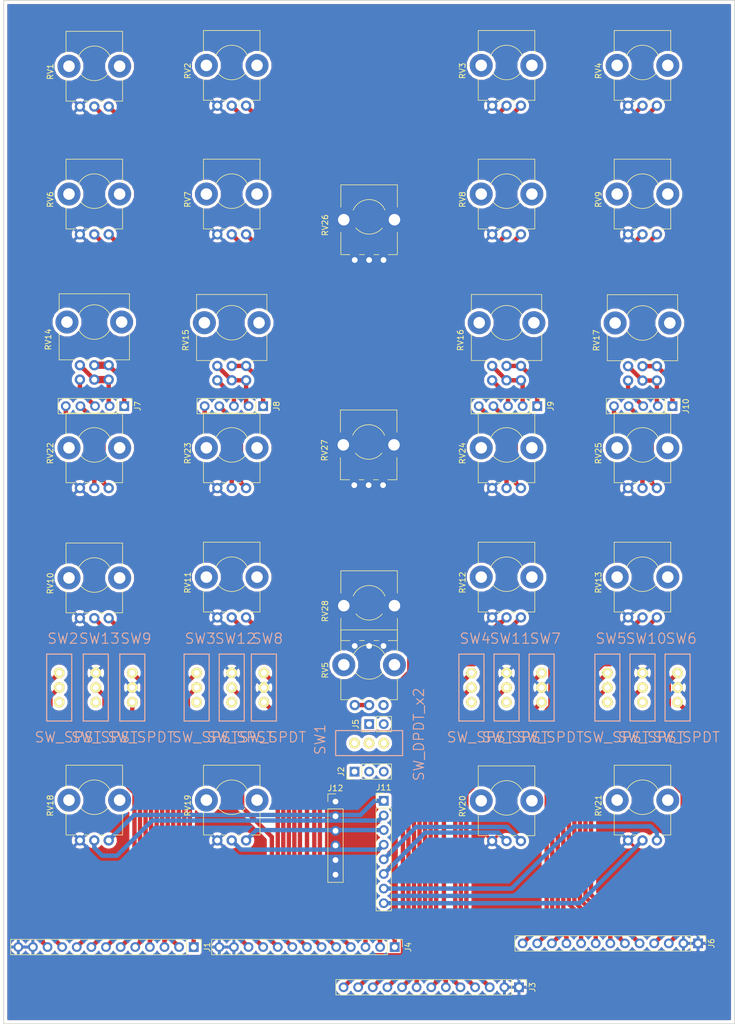
<source format=kicad_pcb>
(kicad_pcb (version 4) (host pcbnew 4.0.7)
  (layers (0 F.Cu signal) (31 B.Cu signal) (34 B.Paste user) (35 F.Paste user) (36 B.SilkS user) (37 F.SilkS user) (38 B.Mask user) (39 F.Mask user) (44 Edge.Cuts user))
  (net 0 "")
  (net 1 +5V)
  (net 2 /osc1_freq_wiper)
  (net 3 /osc1_pwm_wiper)
  (net 4 /osc1_speed)
  (net 5 /freq_in_1)
  (net 6 /freq_fb_1)
  (net 7 /freq_out_1)
  (net 8 /envelope_pwm_bypass_in_1)
  (net 9 /envelope_pwm_bypass_out_1)
  (net 10 /osc1_repeat)
  (net 11 /osc1_quant)
  (net 12 GND)
  (net 13 /LFO_square)
  (net 14 /LFO_out)
  (net 15 /LFO_tri)
  (net 16 /osc2_freq_wiper)
  (net 17 /osc2_pwm_wiper)
  (net 18 /osc2_speed)
  (net 19 /freq_in_2)
  (net 20 /freq_fb_2)
  (net 21 /freq_out_2)
  (net 22 /envelope_pwm_bypass_in_2)
  (net 23 /envelope_pwm_bypass_out_2)
  (net 24 /osc2_repeat)
  (net 25 /osc2_quant)
  (net 26 /osc3_freq_wiper)
  (net 27 /osc3_pwm_wiper)
  (net 28 /osc3_speed)
  (net 29 /freq_in_3)
  (net 30 /freq_fb_3)
  (net 31 /freq_out_3)
  (net 32 /envelope_pwm_bypass_in_3)
  (net 33 /envelope_pwm_bypass_out_3)
  (net 34 /osc3_repeat)
  (net 35 /osc3_quant)
  (net 36 /LFO_freq_in)
  (net 37 /LFO_freq_out)
  (net 38 /osc4_freq_wiper)
  (net 39 /osc4_pwm_wiper)
  (net 40 /osc4_speed)
  (net 41 /freq_in_4)
  (net 42 /freq_fb_4)
  (net 43 /freq_out_4)
  (net 44 /envelope_pwm_bypass_in_4)
  (net 45 /envelope_pwm_bypass_out_4)
  (net 46 /osc4_repeat)
  (net 47 /osc4_quant)
  (net 48 /lfo_in_1)
  (net 49 /lfo_out_1)
  (net 50 /lfo_in_2)
  (net 51 /lfo_out_2)
  (net 52 /lfo_in_3)
  (net 53 /lfo_out_3)
  (net 54 /lfo_in_4)
  (net 55 /lfo_out_4)
  (net 56 /osc1_hold)
  (net 57 /osc3_hold)
  (net 58 /osc4_hold)
  (net 59 /vol_out_1)
  (net 60 /vol_in_1)
  (net 61 /vol_out_2)
  (net 62 /vol_in_2)
  (net 63 /vol_out_3)
  (net 64 /vol_in_3)
  (net 65 /vol_out_4)
  (net 66 /vol_in_4)
  (net 67 /osc2_hold)
  (net 68 /delay_in_1)
  (net 69 /delay_out_1)
  (net 70 /delay_in_2)
  (net 71 /delay_out_2)
  (net 72 /delay_in_3)
  (net 73 /delay_out_3)
  (module Potentiometers:Potentiometer_Bourns_PTV09A-1_Horizontal (layer F.Cu) (at 18.248 107.33 90)
    (fp_text reference RV10 (at 6.05 -10.15 90) (layer F.SilkS))
    (fp_text value 20kB)
    (pad 3 thru_hole circle (at 0 -5 90) (size 1.8 1.8) (drill 1) (layers *.Cu *.Mask) (net 12 GND))
    (pad 2 thru_hole circle (at 0 -2.5 90) (size 1.8 1.8) (drill 1) (layers *.Cu *.Mask) (net 4 /osc1_speed))
    (pad 1 thru_hole circle (at 0 0 90) (size 1.8 1.8) (drill 1) (layers *.Cu *.Mask) (net 1 +5V))
    (pad 0 np_thru_hole circle (at 7 -6.9 90) (size 4 4) (drill 2) (layers *.Cu *.Mask))
    (pad 0 np_thru_hole circle (at 7 1.9 90) (size 4 4) (drill 2) (layers *.Cu *.Mask))
  )
  (module Potentiometers:Potentiometer_Bourns_PTV09A-1_Horizontal (layer F.Cu) (at 42.124 145.938 90)
    (fp_text reference RV19 (at 6.05 -10.15 90) (layer F.SilkS))
    (fp_text value 100kA)
    (pad 3 thru_hole circle (at 0 -5 90) (size 1.8 1.8) (drill 1) (layers *.Cu *.Mask) (net 12 GND))
    (pad 2 thru_hole circle (at 0 -2.5 90) (size 1.8 1.8) (drill 1) (layers *.Cu *.Mask) (net 61 /vol_out_2))
    (pad 1 thru_hole circle (at 0 0 90) (size 1.8 1.8) (drill 1) (layers *.Cu *.Mask) (net 62 /vol_in_2))
    (pad 0 np_thru_hole circle (at 7 -6.9 90) (size 4 4) (drill 2) (layers *.Cu *.Mask))
    (pad 0 np_thru_hole circle (at 7 1.9 90) (size 4 4) (drill 2) (layers *.Cu *.Mask))
  )
  (module Potentiometers:Potentiometer_Bourns_PTV09A-1_Horizontal (layer F.Cu) (at 113.498 18.288 90)
    (fp_text reference RV4 (at 6.05 -10.15 90) (layer F.SilkS))
    (fp_text value 20kA)
    (pad 3 thru_hole circle (at 0 -5 90) (size 1.8 1.8) (drill 1) (layers *.Cu *.Mask) (net 12 GND))
    (pad 2 thru_hole circle (at 0 -2.5 90) (size 1.8 1.8) (drill 1) (layers *.Cu *.Mask) (net 38 /osc4_freq_wiper))
    (pad 1 thru_hole circle (at 0 0 90) (size 1.8 1.8) (drill 1) (layers *.Cu *.Mask) (net 1 +5V))
    (pad 0 np_thru_hole circle (at 7 -6.9 90) (size 4 4) (drill 2) (layers *.Cu *.Mask))
    (pad 0 np_thru_hole circle (at 7 1.9 90) (size 4 4) (drill 2) (layers *.Cu *.Mask))
  )
  (module Potentiometers:Potentiometer_Bourns_PTV09A-1_Horizontal (layer F.Cu) (at 18.248 18.43 90)
    (fp_text reference RV1 (at 6.05 -10.15 90) (layer F.SilkS))
    (fp_text value 20kA)
    (pad 3 thru_hole circle (at 0 -5 90) (size 1.8 1.8) (drill 1) (layers *.Cu *.Mask) (net 12 GND))
    (pad 2 thru_hole circle (at 0 -2.5 90) (size 1.8 1.8) (drill 1) (layers *.Cu *.Mask) (net 2 /osc1_freq_wiper))
    (pad 1 thru_hole circle (at 0 0 90) (size 1.8 1.8) (drill 1) (layers *.Cu *.Mask) (net 1 +5V))
    (pad 0 np_thru_hole circle (at 7 -6.9 90) (size 4 4) (drill 2) (layers *.Cu *.Mask))
    (pad 0 np_thru_hole circle (at 7 1.9 90) (size 4 4) (drill 2) (layers *.Cu *.Mask))
  )
  (module Potentiometers:Potentiometer_Bourns_PTV09A-1_Horizontal (layer F.Cu) (at 42.124 18.288 90)
    (fp_text reference RV2 (at 6.05 -10.15 90) (layer F.SilkS))
    (fp_text value 20kA)
    (pad 3 thru_hole circle (at 0 -5 90) (size 1.8 1.8) (drill 1) (layers *.Cu *.Mask) (net 12 GND))
    (pad 2 thru_hole circle (at 0 -2.5 90) (size 1.8 1.8) (drill 1) (layers *.Cu *.Mask) (net 16 /osc2_freq_wiper))
    (pad 1 thru_hole circle (at 0 0 90) (size 1.8 1.8) (drill 1) (layers *.Cu *.Mask) (net 1 +5V))
    (pad 0 np_thru_hole circle (at 7 -6.9 90) (size 4 4) (drill 2) (layers *.Cu *.Mask))
    (pad 0 np_thru_hole circle (at 7 1.9 90) (size 4 4) (drill 2) (layers *.Cu *.Mask))
  )
  (module Potentiometers:Potentiometer_Bourns_PTV09A-1_Horizontal (layer F.Cu) (at 89.876 18.288 90)
    (fp_text reference RV3 (at 6.05 -10.15 90) (layer F.SilkS))
    (fp_text value 20kA)
    (pad 3 thru_hole circle (at 0 -5 90) (size 1.8 1.8) (drill 1) (layers *.Cu *.Mask) (net 12 GND))
    (pad 2 thru_hole circle (at 0 -2.5 90) (size 1.8 1.8) (drill 1) (layers *.Cu *.Mask) (net 26 /osc3_freq_wiper))
    (pad 1 thru_hole circle (at 0 0 90) (size 1.8 1.8) (drill 1) (layers *.Cu *.Mask) (net 1 +5V))
    (pad 0 np_thru_hole circle (at 7 -6.9 90) (size 4 4) (drill 2) (layers *.Cu *.Mask))
    (pad 0 np_thru_hole circle (at 7 1.9 90) (size 4 4) (drill 2) (layers *.Cu *.Mask))
  )
  (module Potentiometers:Potentiometer_Bourns_PTV09A-1_Horizontal (layer F.Cu) (at 66 122.428 90)
    (fp_text reference RV5 (at 6.05 -10.15 90) (layer F.SilkS))
    (fp_text value 10kA)
    (pad 3 thru_hole circle (at 0 -5 90) (size 1.8 1.8) (drill 1) (layers *.Cu *.Mask) (net 36 /LFO_freq_in))
    (pad 2 thru_hole circle (at 0 -2.5 90) (size 1.8 1.8) (drill 1) (layers *.Cu *.Mask) (net 36 /LFO_freq_in))
    (pad 1 thru_hole circle (at 0 0 90) (size 1.8 1.8) (drill 1) (layers *.Cu *.Mask) (net 37 /LFO_freq_out))
    (pad 0 np_thru_hole circle (at 7 -6.9 90) (size 4 4) (drill 2) (layers *.Cu *.Mask))
    (pad 0 np_thru_hole circle (at 7 1.9 90) (size 4 4) (drill 2) (layers *.Cu *.Mask))
  )
  (module Potentiometers:Potentiometer_Bourns_PTV09A-1_Horizontal (layer F.Cu) (at 18.248 40.64 90)
    (fp_text reference RV6 (at 6.05 -10.15 90) (layer F.SilkS))
    (fp_text value 20kA)
    (pad 3 thru_hole circle (at 0 -5 90) (size 1.8 1.8) (drill 1) (layers *.Cu *.Mask) (net 12 GND))
    (pad 2 thru_hole circle (at 0 -2.5 90) (size 1.8 1.8) (drill 1) (layers *.Cu *.Mask) (net 3 /osc1_pwm_wiper))
    (pad 1 thru_hole circle (at 0 0 90) (size 1.8 1.8) (drill 1) (layers *.Cu *.Mask) (net 1 +5V))
    (pad 0 np_thru_hole circle (at 7 -6.9 90) (size 4 4) (drill 2) (layers *.Cu *.Mask))
    (pad 0 np_thru_hole circle (at 7 1.9 90) (size 4 4) (drill 2) (layers *.Cu *.Mask))
  )
  (module Potentiometers:Potentiometer_Bourns_PTV09A-1_Horizontal (layer F.Cu) (at 42.124 40.64 90)
    (fp_text reference RV7 (at 6.05 -10.15 90) (layer F.SilkS))
    (fp_text value 20kA)
    (pad 3 thru_hole circle (at 0 -5 90) (size 1.8 1.8) (drill 1) (layers *.Cu *.Mask) (net 12 GND))
    (pad 2 thru_hole circle (at 0 -2.5 90) (size 1.8 1.8) (drill 1) (layers *.Cu *.Mask) (net 17 /osc2_pwm_wiper))
    (pad 1 thru_hole circle (at 0 0 90) (size 1.8 1.8) (drill 1) (layers *.Cu *.Mask) (net 1 +5V))
    (pad 0 np_thru_hole circle (at 7 -6.9 90) (size 4 4) (drill 2) (layers *.Cu *.Mask))
    (pad 0 np_thru_hole circle (at 7 1.9 90) (size 4 4) (drill 2) (layers *.Cu *.Mask))
  )
  (module Potentiometers:Potentiometer_Bourns_PTV09A-1_Horizontal (layer F.Cu) (at 89.876 40.64 90)
    (fp_text reference RV8 (at 6.05 -10.15 90) (layer F.SilkS))
    (fp_text value 20kA)
    (pad 3 thru_hole circle (at 0 -5 90) (size 1.8 1.8) (drill 1) (layers *.Cu *.Mask) (net 12 GND))
    (pad 2 thru_hole circle (at 0 -2.5 90) (size 1.8 1.8) (drill 1) (layers *.Cu *.Mask) (net 27 /osc3_pwm_wiper))
    (pad 1 thru_hole circle (at 0 0 90) (size 1.8 1.8) (drill 1) (layers *.Cu *.Mask) (net 1 +5V))
    (pad 0 np_thru_hole circle (at 7 -6.9 90) (size 4 4) (drill 2) (layers *.Cu *.Mask))
    (pad 0 np_thru_hole circle (at 7 1.9 90) (size 4 4) (drill 2) (layers *.Cu *.Mask))
  )
  (module Potentiometers:Potentiometer_Bourns_PTV09A-1_Horizontal (layer F.Cu) (at 113.498 40.64 90)
    (fp_text reference RV9 (at 6.05 -10.15 90) (layer F.SilkS))
    (fp_text value 20kA)
    (pad 3 thru_hole circle (at 0 -5 90) (size 1.8 1.8) (drill 1) (layers *.Cu *.Mask) (net 12 GND))
    (pad 2 thru_hole circle (at 0 -2.5 90) (size 1.8 1.8) (drill 1) (layers *.Cu *.Mask) (net 39 /osc4_pwm_wiper))
    (pad 1 thru_hole circle (at 0 0 90) (size 1.8 1.8) (drill 1) (layers *.Cu *.Mask) (net 1 +5V))
    (pad 0 np_thru_hole circle (at 7 -6.9 90) (size 4 4) (drill 2) (layers *.Cu *.Mask))
    (pad 0 np_thru_hole circle (at 7 1.9 90) (size 4 4) (drill 2) (layers *.Cu *.Mask))
  )
  (module Potentiometers:Potentiometer_Bourns_PTV09A-1_Horizontal (layer F.Cu) (at 42.124 107.188 90)
    (fp_text reference RV11 (at 6.05 -10.15 90) (layer F.SilkS))
    (fp_text value 20kB)
    (pad 3 thru_hole circle (at 0 -5 90) (size 1.8 1.8) (drill 1) (layers *.Cu *.Mask) (net 12 GND))
    (pad 2 thru_hole circle (at 0 -2.5 90) (size 1.8 1.8) (drill 1) (layers *.Cu *.Mask) (net 18 /osc2_speed))
    (pad 1 thru_hole circle (at 0 0 90) (size 1.8 1.8) (drill 1) (layers *.Cu *.Mask) (net 1 +5V))
    (pad 0 np_thru_hole circle (at 7 -6.9 90) (size 4 4) (drill 2) (layers *.Cu *.Mask))
    (pad 0 np_thru_hole circle (at 7 1.9 90) (size 4 4) (drill 2) (layers *.Cu *.Mask))
  )
  (module Potentiometers:Potentiometer_Bourns_PTV09A-1_Horizontal (layer F.Cu) (at 89.876 107.188 90)
    (fp_text reference RV12 (at 6.05 -10.15 90) (layer F.SilkS))
    (fp_text value 20kB)
    (pad 3 thru_hole circle (at 0 -5 90) (size 1.8 1.8) (drill 1) (layers *.Cu *.Mask) (net 12 GND))
    (pad 2 thru_hole circle (at 0 -2.5 90) (size 1.8 1.8) (drill 1) (layers *.Cu *.Mask) (net 28 /osc3_speed))
    (pad 1 thru_hole circle (at 0 0 90) (size 1.8 1.8) (drill 1) (layers *.Cu *.Mask) (net 1 +5V))
    (pad 0 np_thru_hole circle (at 7 -6.9 90) (size 4 4) (drill 2) (layers *.Cu *.Mask))
    (pad 0 np_thru_hole circle (at 7 1.9 90) (size 4 4) (drill 2) (layers *.Cu *.Mask))
  )
  (module Potentiometers:Potentiometer_Bourns_PTV09A-1_Horizontal (layer F.Cu) (at 113.498 107.188 90)
    (fp_text reference RV13 (at 6.05 -10.15 90) (layer F.SilkS))
    (fp_text value 20kB)
    (pad 3 thru_hole circle (at 0 -5 90) (size 1.8 1.8) (drill 1) (layers *.Cu *.Mask) (net 12 GND))
    (pad 2 thru_hole circle (at 0 -2.5 90) (size 1.8 1.8) (drill 1) (layers *.Cu *.Mask) (net 40 /osc4_speed))
    (pad 1 thru_hole circle (at 0 0 90) (size 1.8 1.8) (drill 1) (layers *.Cu *.Mask) (net 1 +5V))
    (pad 0 np_thru_hole circle (at 7 -6.9 90) (size 4 4) (drill 2) (layers *.Cu *.Mask))
    (pad 0 np_thru_hole circle (at 7 1.9 90) (size 4 4) (drill 2) (layers *.Cu *.Mask))
  )
  (module Potentiometers:Potentiometer_Alps_RK09L_Double_Horizontal (layer F.Cu) (at 18.248 63.38 90)
    (fp_text reference RV14 (at 4.475 -10.5 90) (layer F.SilkS))
    (fp_text value POT_Dual)
    (pad 3 thru_hole circle (at 0 -5 90) (size 1.8 1.8) (drill 1) (layers *.Cu *.Mask) (net 6 /freq_fb_1))
    (pad 2 thru_hole circle (at 0 -2.5 90) (size 1.8 1.8) (drill 1) (layers *.Cu *.Mask) (net 5 /freq_in_1))
    (pad 1 thru_hole circle (at 0 0 90) (size 1.8 1.8) (drill 1) (layers *.Cu *.Mask) (net 5 /freq_in_1))
    (pad 6 thru_hole circle (at -2.5 -5 90) (size 1.8 1.8) (drill 1) (layers *.Cu *.Mask) (net 7 /freq_out_1))
    (pad 5 thru_hole circle (at -2.5 -2.5 90) (size 1.8 1.8) (drill 1) (layers *.Cu *.Mask) (net 6 /freq_fb_1))
    (pad 4 thru_hole circle (at -2.5 0 90) (size 1.8 1.8) (drill 1) (layers *.Cu *.Mask) (net 6 /freq_fb_1))
    (pad 0 np_thru_hole circle (at 7.5 -7.25 90) (size 4 4) (drill 2) (layers *.Cu *.Mask))
    (pad 0 np_thru_hole circle (at 7.5 2.25 90) (size 4 4) (drill 2) (layers *.Cu *.Mask))
  )
  (module Potentiometers:Potentiometer_Alps_RK09L_Double_Horizontal (layer F.Cu) (at 42.124 63.5 90)
    (fp_text reference RV15 (at 4.475 -10.5 90) (layer F.SilkS))
    (fp_text value POT_Dual)
    (pad 3 thru_hole circle (at 0 -5 90) (size 1.8 1.8) (drill 1) (layers *.Cu *.Mask) (net 20 /freq_fb_2))
    (pad 2 thru_hole circle (at 0 -2.5 90) (size 1.8 1.8) (drill 1) (layers *.Cu *.Mask) (net 19 /freq_in_2))
    (pad 1 thru_hole circle (at 0 0 90) (size 1.8 1.8) (drill 1) (layers *.Cu *.Mask) (net 19 /freq_in_2))
    (pad 6 thru_hole circle (at -2.5 -5 90) (size 1.8 1.8) (drill 1) (layers *.Cu *.Mask) (net 21 /freq_out_2))
    (pad 5 thru_hole circle (at -2.5 -2.5 90) (size 1.8 1.8) (drill 1) (layers *.Cu *.Mask) (net 20 /freq_fb_2))
    (pad 4 thru_hole circle (at -2.5 0 90) (size 1.8 1.8) (drill 1) (layers *.Cu *.Mask) (net 20 /freq_fb_2))
    (pad 0 np_thru_hole circle (at 7.5 -7.25 90) (size 4 4) (drill 2) (layers *.Cu *.Mask))
    (pad 0 np_thru_hole circle (at 7.5 2.25 90) (size 4 4) (drill 2) (layers *.Cu *.Mask))
  )
  (module Potentiometers:Potentiometer_Alps_RK09L_Double_Horizontal (layer F.Cu) (at 89.876 63.5 90)
    (fp_text reference RV16 (at 4.475 -10.5 90) (layer F.SilkS))
    (fp_text value POT_Dual)
    (pad 3 thru_hole circle (at 0 -5 90) (size 1.8 1.8) (drill 1) (layers *.Cu *.Mask) (net 30 /freq_fb_3))
    (pad 2 thru_hole circle (at 0 -2.5 90) (size 1.8 1.8) (drill 1) (layers *.Cu *.Mask) (net 29 /freq_in_3))
    (pad 1 thru_hole circle (at 0 0 90) (size 1.8 1.8) (drill 1) (layers *.Cu *.Mask) (net 29 /freq_in_3))
    (pad 6 thru_hole circle (at -2.5 -5 90) (size 1.8 1.8) (drill 1) (layers *.Cu *.Mask) (net 31 /freq_out_3))
    (pad 5 thru_hole circle (at -2.5 -2.5 90) (size 1.8 1.8) (drill 1) (layers *.Cu *.Mask) (net 30 /freq_fb_3))
    (pad 4 thru_hole circle (at -2.5 0 90) (size 1.8 1.8) (drill 1) (layers *.Cu *.Mask) (net 30 /freq_fb_3))
    (pad 0 np_thru_hole circle (at 7.5 -7.25 90) (size 4 4) (drill 2) (layers *.Cu *.Mask))
    (pad 0 np_thru_hole circle (at 7.5 2.25 90) (size 4 4) (drill 2) (layers *.Cu *.Mask))
  )
  (module Potentiometers:Potentiometer_Alps_RK09L_Double_Horizontal (layer F.Cu) (at 113.498 63.54 90)
    (fp_text reference RV17 (at 4.475 -10.5 90) (layer F.SilkS))
    (fp_text value POT_Dual)
    (pad 3 thru_hole circle (at 0 -5 90) (size 1.8 1.8) (drill 1) (layers *.Cu *.Mask) (net 42 /freq_fb_4))
    (pad 2 thru_hole circle (at 0 -2.5 90) (size 1.8 1.8) (drill 1) (layers *.Cu *.Mask) (net 41 /freq_in_4))
    (pad 1 thru_hole circle (at 0 0 90) (size 1.8 1.8) (drill 1) (layers *.Cu *.Mask) (net 41 /freq_in_4))
    (pad 6 thru_hole circle (at -2.5 -5 90) (size 1.8 1.8) (drill 1) (layers *.Cu *.Mask) (net 43 /freq_out_4))
    (pad 5 thru_hole circle (at -2.5 -2.5 90) (size 1.8 1.8) (drill 1) (layers *.Cu *.Mask) (net 42 /freq_fb_4))
    (pad 4 thru_hole circle (at -2.5 0 90) (size 1.8 1.8) (drill 1) (layers *.Cu *.Mask) (net 42 /freq_fb_4))
    (pad 0 np_thru_hole circle (at 7.5 -7.25 90) (size 4 4) (drill 2) (layers *.Cu *.Mask))
    (pad 0 np_thru_hole circle (at 7.5 2.25 90) (size 4 4) (drill 2) (layers *.Cu *.Mask))
  )
  (module SparkFun-Electromechanical:SWITCH-SPDT (layer F.Cu) (at 63.5 129.032 90)
    (fp_text reference SW1 (at 0.635 -8.509 90) (layer B.SilkS) (effects (font (size 1.778 1.778) (thickness 0.1778))))
    (fp_text value SW_DPDT_x2 (at 1.524 8.636 90) (layer B.SilkS) (effects (font (size 1.778 1.778) (thickness 0.1778))))
    (pad 1 thru_hole circle (at 0 -2.54 90) (size 1.8796 1.8796) (drill 1.016) (layers *.Cu F.Paste F.SilkS F.Mask) (net 13 /LFO_square))
    (pad 2 thru_hole circle (at 0 0 90) (size 1.8796 1.8796) (drill 1.016) (layers *.Cu F.Paste F.SilkS F.Mask) (net 14 /LFO_out))
    (pad 3 thru_hole circle (at 0 2.54 90) (size 1.8796 1.8796) (drill 1.016) (layers *.Cu F.Paste F.SilkS F.Mask) (net 15 /LFO_tri))
  )
  (module SparkFun-Electromechanical:SWITCH-SPDT (layer F.Cu) (at 9.652 119.38)
    (fp_text reference SW2 (at 0.635 -8.509) (layer B.SilkS) (effects (font (size 1.778 1.778) (thickness 0.1778))))
    (fp_text value SW_SPST (at 1.524 8.636) (layer B.SilkS) (effects (font (size 1.778 1.778) (thickness 0.1778))))
    (pad 1 thru_hole circle (at 0 -2.54) (size 1.8796 1.8796) (drill 1.016) (layers *.Cu F.Paste F.SilkS F.Mask) (net 8 /envelope_pwm_bypass_in_1))
    (pad 2 thru_hole circle (at 0 0) (size 1.8796 1.8796) (drill 1.016) (layers *.Cu F.Paste F.SilkS F.Mask) (net 9 /envelope_pwm_bypass_out_1))
    (pad 3 thru_hole circle (at 0 2.54) (size 1.8796 1.8796) (drill 1.016) (layers *.Cu F.Paste F.SilkS F.Mask))
  )
  (module SparkFun-Electromechanical:SWITCH-SPDT (layer F.Cu) (at 33.528 119.38)
    (fp_text reference SW3 (at 0.635 -8.509) (layer B.SilkS) (effects (font (size 1.778 1.778) (thickness 0.1778))))
    (fp_text value SW_SPST (at 1.524 8.636) (layer B.SilkS) (effects (font (size 1.778 1.778) (thickness 0.1778))))
    (pad 1 thru_hole circle (at 0 -2.54) (size 1.8796 1.8796) (drill 1.016) (layers *.Cu F.Paste F.SilkS F.Mask) (net 22 /envelope_pwm_bypass_in_2))
    (pad 2 thru_hole circle (at 0 0) (size 1.8796 1.8796) (drill 1.016) (layers *.Cu F.Paste F.SilkS F.Mask) (net 23 /envelope_pwm_bypass_out_2))
    (pad 3 thru_hole circle (at 0 2.54) (size 1.8796 1.8796) (drill 1.016) (layers *.Cu F.Paste F.SilkS F.Mask))
  )
  (module SparkFun-Electromechanical:SWITCH-SPDT (layer F.Cu) (at 81.28 119.38)
    (fp_text reference SW4 (at 0.635 -8.509) (layer B.SilkS) (effects (font (size 1.778 1.778) (thickness 0.1778))))
    (fp_text value SW_SPST (at 1.524 8.636) (layer B.SilkS) (effects (font (size 1.778 1.778) (thickness 0.1778))))
    (pad 1 thru_hole circle (at 0 -2.54) (size 1.8796 1.8796) (drill 1.016) (layers *.Cu F.Paste F.SilkS F.Mask) (net 32 /envelope_pwm_bypass_in_3))
    (pad 2 thru_hole circle (at 0 0) (size 1.8796 1.8796) (drill 1.016) (layers *.Cu F.Paste F.SilkS F.Mask) (net 33 /envelope_pwm_bypass_out_3))
    (pad 3 thru_hole circle (at 0 2.54) (size 1.8796 1.8796) (drill 1.016) (layers *.Cu F.Paste F.SilkS F.Mask))
  )
  (module SparkFun-Electromechanical:SWITCH-SPDT (layer F.Cu) (at 104.902 119.38)
    (fp_text reference SW5 (at 0.635 -8.509) (layer B.SilkS) (effects (font (size 1.778 1.778) (thickness 0.1778))))
    (fp_text value SW_SPST (at 1.524 8.636) (layer B.SilkS) (effects (font (size 1.778 1.778) (thickness 0.1778))))
    (pad 1 thru_hole circle (at 0 -2.54) (size 1.8796 1.8796) (drill 1.016) (layers *.Cu F.Paste F.SilkS F.Mask) (net 44 /envelope_pwm_bypass_in_4))
    (pad 2 thru_hole circle (at 0 0) (size 1.8796 1.8796) (drill 1.016) (layers *.Cu F.Paste F.SilkS F.Mask) (net 45 /envelope_pwm_bypass_out_4))
    (pad 3 thru_hole circle (at 0 2.54) (size 1.8796 1.8796) (drill 1.016) (layers *.Cu F.Paste F.SilkS F.Mask))
  )
  (module SparkFun-Electromechanical:SWITCH-SPDT (layer F.Cu) (at 117.094 119.38)
    (fp_text reference SW6 (at 0.635 -8.509) (layer B.SilkS) (effects (font (size 1.778 1.778) (thickness 0.1778))))
    (fp_text value SW_SPDT (at 1.524 8.636) (layer B.SilkS) (effects (font (size 1.778 1.778) (thickness 0.1778))))
    (pad 1 thru_hole circle (at 0 -2.54) (size 1.8796 1.8796) (drill 1.016) (layers *.Cu F.Paste F.SilkS F.Mask) (net 58 /osc4_hold))
    (pad 2 thru_hole circle (at 0 0) (size 1.8796 1.8796) (drill 1.016) (layers *.Cu F.Paste F.SilkS F.Mask) (net 12 GND))
    (pad 3 thru_hole circle (at 0 2.54) (size 1.8796 1.8796) (drill 1.016) (layers *.Cu F.Paste F.SilkS F.Mask) (net 46 /osc4_repeat))
  )
  (module SparkFun-Electromechanical:SWITCH-SPDT (layer F.Cu) (at 93.472 119.38)
    (fp_text reference SW7 (at 0.635 -8.509) (layer B.SilkS) (effects (font (size 1.778 1.778) (thickness 0.1778))))
    (fp_text value SW_SPDT (at 1.524 8.636) (layer B.SilkS) (effects (font (size 1.778 1.778) (thickness 0.1778))))
    (pad 1 thru_hole circle (at 0 -2.54) (size 1.8796 1.8796) (drill 1.016) (layers *.Cu F.Paste F.SilkS F.Mask) (net 57 /osc3_hold))
    (pad 2 thru_hole circle (at 0 0) (size 1.8796 1.8796) (drill 1.016) (layers *.Cu F.Paste F.SilkS F.Mask) (net 12 GND))
    (pad 3 thru_hole circle (at 0 2.54) (size 1.8796 1.8796) (drill 1.016) (layers *.Cu F.Paste F.SilkS F.Mask) (net 34 /osc3_repeat))
  )
  (module SparkFun-Electromechanical:SWITCH-SPDT (layer F.Cu) (at 45.212 119.38)
    (fp_text reference SW8 (at 0.635 -8.509) (layer B.SilkS) (effects (font (size 1.778 1.778) (thickness 0.1778))))
    (fp_text value SW_SPDT (at 1.524 8.636) (layer B.SilkS) (effects (font (size 1.778 1.778) (thickness 0.1778))))
    (pad 1 thru_hole circle (at 0 -2.54) (size 1.8796 1.8796) (drill 1.016) (layers *.Cu F.Paste F.SilkS F.Mask) (net 67 /osc2_hold))
    (pad 2 thru_hole circle (at 0 0) (size 1.8796 1.8796) (drill 1.016) (layers *.Cu F.Paste F.SilkS F.Mask) (net 12 GND))
    (pad 3 thru_hole circle (at 0 2.54) (size 1.8796 1.8796) (drill 1.016) (layers *.Cu F.Paste F.SilkS F.Mask) (net 24 /osc2_repeat))
  )
  (module SparkFun-Electromechanical:SWITCH-SPDT (layer F.Cu) (at 22.352 119.38)
    (fp_text reference SW9 (at 0.635 -8.509) (layer B.SilkS) (effects (font (size 1.778 1.778) (thickness 0.1778))))
    (fp_text value SW_SPDT (at 1.524 8.636) (layer B.SilkS) (effects (font (size 1.778 1.778) (thickness 0.1778))))
    (pad 1 thru_hole circle (at 0 -2.54) (size 1.8796 1.8796) (drill 1.016) (layers *.Cu F.Paste F.SilkS F.Mask) (net 56 /osc1_hold))
    (pad 2 thru_hole circle (at 0 0) (size 1.8796 1.8796) (drill 1.016) (layers *.Cu F.Paste F.SilkS F.Mask) (net 12 GND))
    (pad 3 thru_hole circle (at 0 2.54) (size 1.8796 1.8796) (drill 1.016) (layers *.Cu F.Paste F.SilkS F.Mask) (net 10 /osc1_repeat))
  )
  (module SparkFun-Electromechanical:SWITCH-SPDT (layer F.Cu) (at 110.998 119.38)
    (fp_text reference SW10 (at 0.635 -8.509) (layer B.SilkS) (effects (font (size 1.778 1.778) (thickness 0.1778))))
    (fp_text value SW_SPST (at 1.524 8.636) (layer B.SilkS) (effects (font (size 1.778 1.778) (thickness 0.1778))))
    (pad 1 thru_hole circle (at 0 -2.54) (size 1.8796 1.8796) (drill 1.016) (layers *.Cu F.Paste F.SilkS F.Mask) (net 12 GND))
    (pad 2 thru_hole circle (at 0 0) (size 1.8796 1.8796) (drill 1.016) (layers *.Cu F.Paste F.SilkS F.Mask) (net 47 /osc4_quant))
    (pad 3 thru_hole circle (at 0 2.54) (size 1.8796 1.8796) (drill 1.016) (layers *.Cu F.Paste F.SilkS F.Mask))
  )
  (module SparkFun-Electromechanical:SWITCH-SPDT (layer F.Cu) (at 87.376 119.38)
    (fp_text reference SW11 (at 0.635 -8.509) (layer B.SilkS) (effects (font (size 1.778 1.778) (thickness 0.1778))))
    (fp_text value SW_SPST (at 1.524 8.636) (layer B.SilkS) (effects (font (size 1.778 1.778) (thickness 0.1778))))
    (pad 1 thru_hole circle (at 0 -2.54) (size 1.8796 1.8796) (drill 1.016) (layers *.Cu F.Paste F.SilkS F.Mask) (net 12 GND))
    (pad 2 thru_hole circle (at 0 0) (size 1.8796 1.8796) (drill 1.016) (layers *.Cu F.Paste F.SilkS F.Mask) (net 35 /osc3_quant))
    (pad 3 thru_hole circle (at 0 2.54) (size 1.8796 1.8796) (drill 1.016) (layers *.Cu F.Paste F.SilkS F.Mask))
  )
  (module SparkFun-Electromechanical:SWITCH-SPDT (layer F.Cu) (at 39.624 119.38)
    (fp_text reference SW12 (at 0.635 -8.509) (layer B.SilkS) (effects (font (size 1.778 1.778) (thickness 0.1778))))
    (fp_text value SW_SPST (at 1.524 8.636) (layer B.SilkS) (effects (font (size 1.778 1.778) (thickness 0.1778))))
    (pad 1 thru_hole circle (at 0 -2.54) (size 1.8796 1.8796) (drill 1.016) (layers *.Cu F.Paste F.SilkS F.Mask) (net 12 GND))
    (pad 2 thru_hole circle (at 0 0) (size 1.8796 1.8796) (drill 1.016) (layers *.Cu F.Paste F.SilkS F.Mask) (net 25 /osc2_quant))
    (pad 3 thru_hole circle (at 0 2.54) (size 1.8796 1.8796) (drill 1.016) (layers *.Cu F.Paste F.SilkS F.Mask))
  )
  (module SparkFun-Electromechanical:SWITCH-SPDT (layer F.Cu) (at 16.002 119.38)
    (fp_text reference SW13 (at 0.635 -8.509) (layer B.SilkS) (effects (font (size 1.778 1.778) (thickness 0.1778))))
    (fp_text value SW_SPST (at 1.524 8.636) (layer B.SilkS) (effects (font (size 1.778 1.778) (thickness 0.1778))))
    (pad 1 thru_hole circle (at 0 -2.54) (size 1.8796 1.8796) (drill 1.016) (layers *.Cu F.Paste F.SilkS F.Mask) (net 12 GND))
    (pad 2 thru_hole circle (at 0 0) (size 1.8796 1.8796) (drill 1.016) (layers *.Cu F.Paste F.SilkS F.Mask) (net 11 /osc1_quant))
    (pad 3 thru_hole circle (at 0 2.54) (size 1.8796 1.8796) (drill 1.016) (layers *.Cu F.Paste F.SilkS F.Mask))
  )
  (module Pin_Headers:Pin_Header_Straight_1x03_Pitch2.54mm (layer F.Cu) (at 60.96 133.985 90)
    (fp_text reference J2 (at 0 -2.33 90) (layer F.SilkS))
    (fp_text value Conn_01x03)
    (pad 1 thru_hole rect (at 0 0 90) (size 1.7 1.7) (drill 1) (layers *.Cu *.Mask) (net 13 /LFO_square))
    (pad 2 thru_hole oval (at 0 2.54 90) (size 1.7 1.7) (drill 1) (layers *.Cu *.Mask) (net 14 /LFO_out))
    (pad 3 thru_hole oval (at 0 5.08 90) (size 1.7 1.7) (drill 1) (layers *.Cu *.Mask) (net 15 /LFO_tri))
  )
  (module Potentiometers:Potentiometer_Bourns_PTV09A-1_Horizontal (layer F.Cu) (at 18.248 145.938 90)
    (fp_text reference RV18 (at 6.05 -10.15 90) (layer F.SilkS))
    (fp_text value 100kA)
    (pad 3 thru_hole circle (at 0 -5 90) (size 1.8 1.8) (drill 1) (layers *.Cu *.Mask) (net 12 GND))
    (pad 2 thru_hole circle (at 0 -2.5 90) (size 1.8 1.8) (drill 1) (layers *.Cu *.Mask) (net 59 /vol_out_1))
    (pad 1 thru_hole circle (at 0 0 90) (size 1.8 1.8) (drill 1) (layers *.Cu *.Mask) (net 60 /vol_in_1))
    (pad 0 np_thru_hole circle (at 7 -6.9 90) (size 4 4) (drill 2) (layers *.Cu *.Mask))
    (pad 0 np_thru_hole circle (at 7 1.9 90) (size 4 4) (drill 2) (layers *.Cu *.Mask))
  )
  (module Potentiometers:Potentiometer_Bourns_PTV09A-1_Horizontal (layer F.Cu) (at 89.876 146.05 90)
    (fp_text reference RV20 (at 6.05 -10.15 90) (layer F.SilkS))
    (fp_text value 100kA)
    (pad 3 thru_hole circle (at 0 -5 90) (size 1.8 1.8) (drill 1) (layers *.Cu *.Mask) (net 12 GND))
    (pad 2 thru_hole circle (at 0 -2.5 90) (size 1.8 1.8) (drill 1) (layers *.Cu *.Mask) (net 63 /vol_out_3))
    (pad 1 thru_hole circle (at 0 0 90) (size 1.8 1.8) (drill 1) (layers *.Cu *.Mask) (net 64 /vol_in_3))
    (pad 0 np_thru_hole circle (at 7 -6.9 90) (size 4 4) (drill 2) (layers *.Cu *.Mask))
    (pad 0 np_thru_hole circle (at 7 1.9 90) (size 4 4) (drill 2) (layers *.Cu *.Mask))
  )
  (module Potentiometers:Potentiometer_Bourns_PTV09A-1_Horizontal (layer F.Cu) (at 113.498 145.938 90)
    (fp_text reference RV21 (at 6.05 -10.15 90) (layer F.SilkS))
    (fp_text value 100kA)
    (pad 3 thru_hole circle (at 0 -5 90) (size 1.8 1.8) (drill 1) (layers *.Cu *.Mask) (net 12 GND))
    (pad 2 thru_hole circle (at 0 -2.5 90) (size 1.8 1.8) (drill 1) (layers *.Cu *.Mask) (net 65 /vol_out_4))
    (pad 1 thru_hole circle (at 0 0 90) (size 1.8 1.8) (drill 1) (layers *.Cu *.Mask) (net 66 /vol_in_4))
    (pad 0 np_thru_hole circle (at 7 -6.9 90) (size 4 4) (drill 2) (layers *.Cu *.Mask))
    (pad 0 np_thru_hole circle (at 7 1.9 90) (size 4 4) (drill 2) (layers *.Cu *.Mask))
  )
  (module Potentiometers:Potentiometer_Bourns_PTV09A-1_Horizontal (layer F.Cu) (at 18.248 84.724 90)
    (fp_text reference RV22 (at 6.05 -10.15 90) (layer F.SilkS))
    (fp_text value 100kA)
    (pad 3 thru_hole circle (at 0 -5 90) (size 1.8 1.8) (drill 1) (layers *.Cu *.Mask) (net 12 GND))
    (pad 2 thru_hole circle (at 0 -2.5 90) (size 1.8 1.8) (drill 1) (layers *.Cu *.Mask) (net 49 /lfo_out_1))
    (pad 1 thru_hole circle (at 0 0 90) (size 1.8 1.8) (drill 1) (layers *.Cu *.Mask) (net 48 /lfo_in_1))
    (pad 0 np_thru_hole circle (at 7 -6.9 90) (size 4 4) (drill 2) (layers *.Cu *.Mask))
    (pad 0 np_thru_hole circle (at 7 1.9 90) (size 4 4) (drill 2) (layers *.Cu *.Mask))
  )
  (module Potentiometers:Potentiometer_Bourns_PTV09A-1_Horizontal (layer F.Cu) (at 42.124 84.724 90)
    (fp_text reference RV23 (at 6.05 -10.15 90) (layer F.SilkS))
    (fp_text value 100kA)
    (pad 3 thru_hole circle (at 0 -5 90) (size 1.8 1.8) (drill 1) (layers *.Cu *.Mask) (net 12 GND))
    (pad 2 thru_hole circle (at 0 -2.5 90) (size 1.8 1.8) (drill 1) (layers *.Cu *.Mask) (net 51 /lfo_out_2))
    (pad 1 thru_hole circle (at 0 0 90) (size 1.8 1.8) (drill 1) (layers *.Cu *.Mask) (net 50 /lfo_in_2))
    (pad 0 np_thru_hole circle (at 7 -6.9 90) (size 4 4) (drill 2) (layers *.Cu *.Mask))
    (pad 0 np_thru_hole circle (at 7 1.9 90) (size 4 4) (drill 2) (layers *.Cu *.Mask))
  )
  (module Potentiometers:Potentiometer_Bourns_PTV09A-1_Horizontal (layer F.Cu) (at 89.876 84.724 90)
    (fp_text reference RV24 (at 6.05 -10.15 90) (layer F.SilkS))
    (fp_text value 100kA)
    (pad 3 thru_hole circle (at 0 -5 90) (size 1.8 1.8) (drill 1) (layers *.Cu *.Mask) (net 12 GND))
    (pad 2 thru_hole circle (at 0 -2.5 90) (size 1.8 1.8) (drill 1) (layers *.Cu *.Mask) (net 53 /lfo_out_3))
    (pad 1 thru_hole circle (at 0 0 90) (size 1.8 1.8) (drill 1) (layers *.Cu *.Mask) (net 52 /lfo_in_3))
    (pad 0 np_thru_hole circle (at 7 -6.9 90) (size 4 4) (drill 2) (layers *.Cu *.Mask))
    (pad 0 np_thru_hole circle (at 7 1.9 90) (size 4 4) (drill 2) (layers *.Cu *.Mask))
  )
  (module Potentiometers:Potentiometer_Bourns_PTV09A-1_Horizontal (layer F.Cu) (at 113.498 84.724 90)
    (fp_text reference RV25 (at 6.05 -10.15 90) (layer F.SilkS))
    (fp_text value 100kA)
    (pad 3 thru_hole circle (at 0 -5 90) (size 1.8 1.8) (drill 1) (layers *.Cu *.Mask) (net 12 GND))
    (pad 2 thru_hole circle (at 0 -2.5 90) (size 1.8 1.8) (drill 1) (layers *.Cu *.Mask) (net 55 /lfo_out_4))
    (pad 1 thru_hole circle (at 0 0 90) (size 1.8 1.8) (drill 1) (layers *.Cu *.Mask) (net 54 /lfo_in_4))
    (pad 0 np_thru_hole circle (at 7 -6.9 90) (size 4 4) (drill 2) (layers *.Cu *.Mask))
    (pad 0 np_thru_hole circle (at 7 1.9 90) (size 4 4) (drill 2) (layers *.Cu *.Mask))
  )
  (module Pin_Headers:Pin_Header_Straight_1x13_Pitch2.54mm (layer F.Cu) (at 33.02 164.465 270)
    (fp_text reference J1 (at 0 -2.33 270) (layer F.SilkS))
    (fp_text value Conn_01x13)
    (pad 1 thru_hole rect (at 0 0 270) (size 1.7 1.7) (drill 1) (layers *.Cu *.Mask) (net 1 +5V))
    (pad 2 thru_hole oval (at 0 2.54 270) (size 1.7 1.7) (drill 1) (layers *.Cu *.Mask) (net 2 /osc1_freq_wiper))
    (pad 3 thru_hole oval (at 0 5.08 270) (size 1.7 1.7) (drill 1) (layers *.Cu *.Mask) (net 1 +5V))
    (pad 4 thru_hole oval (at 0 7.62 270) (size 1.7 1.7) (drill 1) (layers *.Cu *.Mask) (net 3 /osc1_pwm_wiper))
    (pad 5 thru_hole oval (at 0 10.16 270) (size 1.7 1.7) (drill 1) (layers *.Cu *.Mask) (net 1 +5V))
    (pad 6 thru_hole oval (at 0 12.7 270) (size 1.7 1.7) (drill 1) (layers *.Cu *.Mask) (net 4 /osc1_speed))
    (pad 7 thru_hole oval (at 0 15.24 270) (size 1.7 1.7) (drill 1) (layers *.Cu *.Mask) (net 56 /osc1_hold))
    (pad 8 thru_hole oval (at 0 17.78 270) (size 1.7 1.7) (drill 1) (layers *.Cu *.Mask) (net 10 /osc1_repeat))
    (pad 9 thru_hole oval (at 0 20.32 270) (size 1.7 1.7) (drill 1) (layers *.Cu *.Mask) (net 11 /osc1_quant))
    (pad 10 thru_hole oval (at 0 22.86 270) (size 1.7 1.7) (drill 1) (layers *.Cu *.Mask) (net 9 /envelope_pwm_bypass_out_1))
    (pad 11 thru_hole oval (at 0 25.4 270) (size 1.7 1.7) (drill 1) (layers *.Cu *.Mask) (net 8 /envelope_pwm_bypass_in_1))
    (pad 12 thru_hole oval (at 0 27.94 270) (size 1.7 1.7) (drill 1) (layers *.Cu *.Mask) (net 12 GND))
    (pad 13 thru_hole oval (at 0 30.48 270) (size 1.7 1.7) (drill 1) (layers *.Cu *.Mask) (net 12 GND))
  )
  (module Pin_Headers:Pin_Header_Straight_1x13_Pitch2.54mm (layer F.Cu) (at 67.945 164.465 270)
    (fp_text reference J4 (at 0 -2.33 270) (layer F.SilkS))
    (fp_text value Conn_01x13)
    (pad 1 thru_hole rect (at 0 0 270) (size 1.7 1.7) (drill 1) (layers *.Cu *.Mask) (net 1 +5V))
    (pad 2 thru_hole oval (at 0 2.54 270) (size 1.7 1.7) (drill 1) (layers *.Cu *.Mask) (net 16 /osc2_freq_wiper))
    (pad 3 thru_hole oval (at 0 5.08 270) (size 1.7 1.7) (drill 1) (layers *.Cu *.Mask) (net 1 +5V))
    (pad 4 thru_hole oval (at 0 7.62 270) (size 1.7 1.7) (drill 1) (layers *.Cu *.Mask) (net 17 /osc2_pwm_wiper))
    (pad 5 thru_hole oval (at 0 10.16 270) (size 1.7 1.7) (drill 1) (layers *.Cu *.Mask) (net 1 +5V))
    (pad 6 thru_hole oval (at 0 12.7 270) (size 1.7 1.7) (drill 1) (layers *.Cu *.Mask) (net 18 /osc2_speed))
    (pad 7 thru_hole oval (at 0 15.24 270) (size 1.7 1.7) (drill 1) (layers *.Cu *.Mask) (net 67 /osc2_hold))
    (pad 8 thru_hole oval (at 0 17.78 270) (size 1.7 1.7) (drill 1) (layers *.Cu *.Mask) (net 24 /osc2_repeat))
    (pad 9 thru_hole oval (at 0 20.32 270) (size 1.7 1.7) (drill 1) (layers *.Cu *.Mask) (net 25 /osc2_quant))
    (pad 10 thru_hole oval (at 0 22.86 270) (size 1.7 1.7) (drill 1) (layers *.Cu *.Mask) (net 23 /envelope_pwm_bypass_out_2))
    (pad 11 thru_hole oval (at 0 25.4 270) (size 1.7 1.7) (drill 1) (layers *.Cu *.Mask) (net 22 /envelope_pwm_bypass_in_2))
    (pad 12 thru_hole oval (at 0 27.94 270) (size 1.7 1.7) (drill 1) (layers *.Cu *.Mask) (net 12 GND))
    (pad 13 thru_hole oval (at 0 30.48 270) (size 1.7 1.7) (drill 1) (layers *.Cu *.Mask) (net 12 GND))
  )
  (module Pin_Headers:Pin_Header_Straight_1x13_Pitch2.54mm (layer F.Cu) (at 89.535 171.45 270)
    (fp_text reference J3 (at 0 -2.33 270) (layer F.SilkS))
    (fp_text value Conn_01x13)
    (pad 1 thru_hole rect (at 0 0 270) (size 1.7 1.7) (drill 1) (layers *.Cu *.Mask) (net 12 GND))
    (pad 2 thru_hole oval (at 0 2.54 270) (size 1.7 1.7) (drill 1) (layers *.Cu *.Mask) (net 12 GND))
    (pad 3 thru_hole oval (at 0 5.08 270) (size 1.7 1.7) (drill 1) (layers *.Cu *.Mask) (net 34 /osc3_repeat))
    (pad 4 thru_hole oval (at 0 7.62 270) (size 1.7 1.7) (drill 1) (layers *.Cu *.Mask) (net 57 /osc3_hold))
    (pad 5 thru_hole oval (at 0 10.16 270) (size 1.7 1.7) (drill 1) (layers *.Cu *.Mask) (net 35 /osc3_quant))
    (pad 6 thru_hole oval (at 0 12.7 270) (size 1.7 1.7) (drill 1) (layers *.Cu *.Mask) (net 33 /envelope_pwm_bypass_out_3))
    (pad 7 thru_hole oval (at 0 15.24 270) (size 1.7 1.7) (drill 1) (layers *.Cu *.Mask) (net 32 /envelope_pwm_bypass_in_3))
    (pad 8 thru_hole oval (at 0 17.78 270) (size 1.7 1.7) (drill 1) (layers *.Cu *.Mask) (net 1 +5V))
    (pad 9 thru_hole oval (at 0 20.32 270) (size 1.7 1.7) (drill 1) (layers *.Cu *.Mask) (net 28 /osc3_speed))
    (pad 10 thru_hole oval (at 0 22.86 270) (size 1.7 1.7) (drill 1) (layers *.Cu *.Mask) (net 1 +5V))
    (pad 11 thru_hole oval (at 0 25.4 270) (size 1.7 1.7) (drill 1) (layers *.Cu *.Mask) (net 27 /osc3_pwm_wiper))
    (pad 12 thru_hole oval (at 0 27.94 270) (size 1.7 1.7) (drill 1) (layers *.Cu *.Mask) (net 1 +5V))
    (pad 13 thru_hole oval (at 0 30.48 270) (size 1.7 1.7) (drill 1) (layers *.Cu *.Mask) (net 26 /osc3_freq_wiper))
  )
  (module Pin_Headers:Pin_Header_Straight_1x02_Pitch2.54mm (layer F.Cu) (at 63.5 125.73 90)
    (fp_text reference J5 (at 0 -2.33 90) (layer F.SilkS))
    (fp_text value Conn_01x02)
    (pad 1 thru_hole rect (at 0 0 90) (size 1.7 1.7) (drill 1) (layers *.Cu *.Mask) (net 36 /LFO_freq_in))
    (pad 2 thru_hole oval (at 0 2.54 90) (size 1.7 1.7) (drill 1) (layers *.Cu *.Mask) (net 37 /LFO_freq_out))
  )
  (module Pin_Headers:Pin_Header_Straight_1x13_Pitch2.54mm (layer F.Cu) (at 120.65 163.83 270)
    (fp_text reference J6 (at 0 -2.33 270) (layer F.SilkS))
    (fp_text value Conn_01x13)
    (pad 1 thru_hole rect (at 0 0 270) (size 1.7 1.7) (drill 1) (layers *.Cu *.Mask) (net 12 GND))
    (pad 2 thru_hole oval (at 0 2.54 270) (size 1.7 1.7) (drill 1) (layers *.Cu *.Mask) (net 12 GND))
    (pad 3 thru_hole oval (at 0 5.08 270) (size 1.7 1.7) (drill 1) (layers *.Cu *.Mask) (net 46 /osc4_repeat))
    (pad 4 thru_hole oval (at 0 7.62 270) (size 1.7 1.7) (drill 1) (layers *.Cu *.Mask) (net 58 /osc4_hold))
    (pad 5 thru_hole oval (at 0 10.16 270) (size 1.7 1.7) (drill 1) (layers *.Cu *.Mask) (net 47 /osc4_quant))
    (pad 6 thru_hole oval (at 0 12.7 270) (size 1.7 1.7) (drill 1) (layers *.Cu *.Mask) (net 45 /envelope_pwm_bypass_out_4))
    (pad 7 thru_hole oval (at 0 15.24 270) (size 1.7 1.7) (drill 1) (layers *.Cu *.Mask) (net 44 /envelope_pwm_bypass_in_4))
    (pad 8 thru_hole oval (at 0 17.78 270) (size 1.7 1.7) (drill 1) (layers *.Cu *.Mask) (net 1 +5V))
    (pad 9 thru_hole oval (at 0 20.32 270) (size 1.7 1.7) (drill 1) (layers *.Cu *.Mask) (net 40 /osc4_speed))
    (pad 10 thru_hole oval (at 0 22.86 270) (size 1.7 1.7) (drill 1) (layers *.Cu *.Mask) (net 1 +5V))
    (pad 11 thru_hole oval (at 0 25.4 270) (size 1.7 1.7) (drill 1) (layers *.Cu *.Mask) (net 39 /osc4_pwm_wiper))
    (pad 12 thru_hole oval (at 0 27.94 270) (size 1.7 1.7) (drill 1) (layers *.Cu *.Mask) (net 1 +5V))
    (pad 13 thru_hole oval (at 0 30.48 270) (size 1.7 1.7) (drill 1) (layers *.Cu *.Mask) (net 38 /osc4_freq_wiper))
  )
  (module Pin_Headers:Pin_Header_Straight_1x05_Pitch2.54mm (layer F.Cu) (at 20.955 70.485 270)
    (fp_text reference J7 (at 0 -2.33 270) (layer F.SilkS))
    (fp_text value Conn_01x05)
    (pad 1 thru_hole rect (at 0 0 270) (size 1.7 1.7) (drill 1) (layers *.Cu *.Mask) (net 5 /freq_in_1))
    (pad 2 thru_hole oval (at 0 2.54 270) (size 1.7 1.7) (drill 1) (layers *.Cu *.Mask) (net 6 /freq_fb_1))
    (pad 3 thru_hole oval (at 0 5.08 270) (size 1.7 1.7) (drill 1) (layers *.Cu *.Mask) (net 7 /freq_out_1))
    (pad 4 thru_hole oval (at 0 7.62 270) (size 1.7 1.7) (drill 1) (layers *.Cu *.Mask) (net 48 /lfo_in_1))
    (pad 5 thru_hole oval (at 0 10.16 270) (size 1.7 1.7) (drill 1) (layers *.Cu *.Mask) (net 49 /lfo_out_1))
  )
  (module Pin_Headers:Pin_Header_Straight_1x05_Pitch2.54mm (layer F.Cu) (at 45.085 70.485 270)
    (fp_text reference J8 (at 0 -2.33 270) (layer F.SilkS))
    (fp_text value Conn_01x05)
    (pad 1 thru_hole rect (at 0 0 270) (size 1.7 1.7) (drill 1) (layers *.Cu *.Mask) (net 19 /freq_in_2))
    (pad 2 thru_hole oval (at 0 2.54 270) (size 1.7 1.7) (drill 1) (layers *.Cu *.Mask) (net 20 /freq_fb_2))
    (pad 3 thru_hole oval (at 0 5.08 270) (size 1.7 1.7) (drill 1) (layers *.Cu *.Mask) (net 21 /freq_out_2))
    (pad 4 thru_hole oval (at 0 7.62 270) (size 1.7 1.7) (drill 1) (layers *.Cu *.Mask) (net 50 /lfo_in_2))
    (pad 5 thru_hole oval (at 0 10.16 270) (size 1.7 1.7) (drill 1) (layers *.Cu *.Mask) (net 51 /lfo_out_2))
  )
  (module Pin_Headers:Pin_Header_Straight_1x05_Pitch2.54mm (layer F.Cu) (at 92.71 70.485 270)
    (fp_text reference J9 (at 0 -2.33 270) (layer F.SilkS))
    (fp_text value Conn_01x05)
    (pad 1 thru_hole rect (at 0 0 270) (size 1.7 1.7) (drill 1) (layers *.Cu *.Mask) (net 29 /freq_in_3))
    (pad 2 thru_hole oval (at 0 2.54 270) (size 1.7 1.7) (drill 1) (layers *.Cu *.Mask) (net 30 /freq_fb_3))
    (pad 3 thru_hole oval (at 0 5.08 270) (size 1.7 1.7) (drill 1) (layers *.Cu *.Mask) (net 31 /freq_out_3))
    (pad 4 thru_hole oval (at 0 7.62 270) (size 1.7 1.7) (drill 1) (layers *.Cu *.Mask) (net 52 /lfo_in_3))
    (pad 5 thru_hole oval (at 0 10.16 270) (size 1.7 1.7) (drill 1) (layers *.Cu *.Mask) (net 53 /lfo_out_3))
  )
  (module Pin_Headers:Pin_Header_Straight_1x05_Pitch2.54mm (layer F.Cu) (at 116.205 70.485 270)
    (fp_text reference J10 (at 0 -2.33 270) (layer F.SilkS))
    (fp_text value Conn_01x05)
    (pad 1 thru_hole rect (at 0 0 270) (size 1.7 1.7) (drill 1) (layers *.Cu *.Mask) (net 41 /freq_in_4))
    (pad 2 thru_hole oval (at 0 2.54 270) (size 1.7 1.7) (drill 1) (layers *.Cu *.Mask) (net 42 /freq_fb_4))
    (pad 3 thru_hole oval (at 0 5.08 270) (size 1.7 1.7) (drill 1) (layers *.Cu *.Mask) (net 43 /freq_out_4))
    (pad 4 thru_hole oval (at 0 7.62 270) (size 1.7 1.7) (drill 1) (layers *.Cu *.Mask) (net 54 /lfo_in_4))
    (pad 5 thru_hole oval (at 0 10.16 270) (size 1.7 1.7) (drill 1) (layers *.Cu *.Mask) (net 55 /lfo_out_4))
  )
  (module Pin_Headers:Pin_Header_Straight_1x08_Pitch2.54mm (layer F.Cu) (at 66.04 139.065)
    (fp_text reference J11 (at 0 -2.33) (layer F.SilkS))
    (fp_text value Conn_01x08)
    (pad 1 thru_hole rect (at 0 0) (size 1.7 1.7) (drill 1) (layers *.Cu *.Mask) (net 60 /vol_in_1))
    (pad 2 thru_hole oval (at 0 2.54) (size 1.7 1.7) (drill 1) (layers *.Cu *.Mask) (net 59 /vol_out_1))
    (pad 3 thru_hole oval (at 0 5.08) (size 1.7 1.7) (drill 1) (layers *.Cu *.Mask) (net 62 /vol_in_2))
    (pad 4 thru_hole oval (at 0 7.62) (size 1.7 1.7) (drill 1) (layers *.Cu *.Mask) (net 61 /vol_out_2))
    (pad 5 thru_hole oval (at 0 10.16) (size 1.7 1.7) (drill 1) (layers *.Cu *.Mask) (net 64 /vol_in_3))
    (pad 6 thru_hole oval (at 0 12.7) (size 1.7 1.7) (drill 1) (layers *.Cu *.Mask) (net 63 /vol_out_3))
    (pad 7 thru_hole oval (at 0 15.24) (size 1.7 1.7) (drill 1) (layers *.Cu *.Mask) (net 66 /vol_in_4))
    (pad 8 thru_hole oval (at 0 17.78) (size 1.7 1.7) (drill 1) (layers *.Cu *.Mask) (net 65 /vol_out_4))
  )
  (module Pin_Headers:Pin_Header_Straight_1x06_Pitch2.54mm (layer F.Cu) (at 57.658 139.192)
    (fp_text reference J12 (at 0 -2.33) (layer F.SilkS))
    (fp_text value Conn_01x06)
    (pad 1 thru_hole rect (at 0 0) (size 1.7 1.7) (drill 1) (layers *.Cu *.Mask) (net 68 /delay_in_1))
    (pad 2 thru_hole oval (at 0 2.54) (size 1.7 1.7) (drill 1) (layers *.Cu *.Mask) (net 69 /delay_out_1))
    (pad 3 thru_hole oval (at 0 5.08) (size 1.7 1.7) (drill 1) (layers *.Cu *.Mask) (net 70 /delay_in_2))
    (pad 4 thru_hole oval (at 0 7.62) (size 1.7 1.7) (drill 1) (layers *.Cu *.Mask) (net 71 /delay_out_2))
    (pad 5 thru_hole oval (at 0 10.16) (size 1.7 1.7) (drill 1) (layers *.Cu *.Mask) (net 72 /delay_in_3))
    (pad 6 thru_hole oval (at 0 12.7) (size 1.7 1.7) (drill 1) (layers *.Cu *.Mask) (net 73 /delay_out_3))
  )
  (module Potentiometers:Potentiometer_Bourns_PTV09A-1_Horizontal (layer F.Cu) (at 66 45.1 90)
    (fp_text reference RV26 (at 6.05 -10.15 90) (layer F.SilkS))
    (fp_text value 100kA)
    (pad 3 thru_hole circle (at 0 -5 90) (size 1.8 1.8) (drill 1) (layers *.Cu *.Mask) (net 12 GND))
    (pad 2 thru_hole circle (at 0 -2.5 90) (size 1.8 1.8) (drill 1) (layers *.Cu *.Mask) (net 69 /delay_out_1))
    (pad 1 thru_hole circle (at 0 0 90) (size 1.8 1.8) (drill 1) (layers *.Cu *.Mask) (net 68 /delay_in_1))
    (pad 0 np_thru_hole circle (at 7 -6.9 90) (size 4 4) (drill 2) (layers *.Cu *.Mask))
    (pad 0 np_thru_hole circle (at 7 1.9 90) (size 4 4) (drill 2) (layers *.Cu *.Mask))
  )
  (module Potentiometers:Potentiometer_Bourns_PTV09A-1_Horizontal (layer F.Cu) (at 65.918 84.216 90)
    (fp_text reference RV27 (at 6.05 -10.15 90) (layer F.SilkS))
    (fp_text value 100kA)
    (pad 3 thru_hole circle (at 0 -5 90) (size 1.8 1.8) (drill 1) (layers *.Cu *.Mask) (net 12 GND))
    (pad 2 thru_hole circle (at 0 -2.5 90) (size 1.8 1.8) (drill 1) (layers *.Cu *.Mask) (net 71 /delay_out_2))
    (pad 1 thru_hole circle (at 0 0 90) (size 1.8 1.8) (drill 1) (layers *.Cu *.Mask) (net 70 /delay_in_2))
    (pad 0 np_thru_hole circle (at 7 -6.9 90) (size 4 4) (drill 2) (layers *.Cu *.Mask))
    (pad 0 np_thru_hole circle (at 7 1.9 90) (size 4 4) (drill 2) (layers *.Cu *.Mask))
  )
  (module Potentiometers:Potentiometer_Bourns_PTV09A-1_Horizontal (layer F.Cu) (at 66 112.156 90)
    (fp_text reference RV28 (at 6.05 -10.15 90) (layer F.SilkS))
    (fp_text value 100kA)
    (pad 3 thru_hole circle (at 0 -5 90) (size 1.8 1.8) (drill 1) (layers *.Cu *.Mask) (net 12 GND))
    (pad 2 thru_hole circle (at 0 -2.5 90) (size 1.8 1.8) (drill 1) (layers *.Cu *.Mask) (net 73 /delay_out_3))
    (pad 1 thru_hole circle (at 0 0 90) (size 1.8 1.8) (drill 1) (layers *.Cu *.Mask) (net 72 /delay_in_3))
    (pad 0 np_thru_hole circle (at 7 -6.9 90) (size 4 4) (drill 2) (layers *.Cu *.Mask))
    (pad 0 np_thru_hole circle (at 7 1.9 90) (size 4 4) (drill 2) (layers *.Cu *.Mask))
  )
  (gr_line (start 127 0) (end 0 0) (layer Edge.Cuts) (width 0.15))
  (gr_line (start 127 177.8) (end 127 0) (layer Edge.Cuts) (width 0.15))
  (gr_line (start 0 177.8) (end 127 177.8) (layer Edge.Cuts) (width 0.15))
  (gr_line (start 0 0.0635) (end 0 177.8) (layer Edge.Cuts) (width 0.15))
  (segment (start 50.511033 157.191033) (end 50.511033 115.575033) (width 0.762) (layer F.Cu) (net 1))
  (segment (start 50.511033 115.575033) (end 43.023999 108.087999) (width 0.762) (layer F.Cu) (net 1))
  (segment (start 57.785 164.465) (end 50.511033 157.191033) (width 0.762) (layer F.Cu) (net 1))
  (segment (start 43.023999 108.087999) (end 42.124 107.188) (width 0.762) (layer F.Cu) (net 1))
  (segment (start 30.083177 30.265177) (end 19.147999 19.329999) (width 0.762) (layer F.Cu) (net 1))
  (segment (start 33.02 164.465) (end 33.02 162.853) (width 0.762) (layer F.Cu) (net 1))
  (segment (start 30.083177 134.169383) (end 30.083177 30.265177) (width 0.762) (layer F.Cu) (net 1))
  (segment (start 28.159155 50.551155) (end 19.147999 41.539999) (width 0.762) (layer F.Cu) (net 1))
  (segment (start 28.159155 134.966339) (end 28.159155 50.551155) (width 0.762) (layer F.Cu) (net 1))
  (segment (start 28.501067 135.308251) (end 28.159155 134.966339) (width 0.762) (layer F.Cu) (net 1))
  (segment (start 26.577045 159.568444) (end 26.577045 136.105207) (width 0.762) (layer F.Cu) (net 1))
  (segment (start 26.054022 135.582184) (end 26.054022 115.136022) (width 0.762) (layer F.Cu) (net 1))
  (segment (start 27.94 163.262919) (end 28.501067 162.701852) (width 0.762) (layer F.Cu) (net 1))
  (segment (start 26.054022 115.136022) (end 19.147999 108.229999) (width 0.762) (layer F.Cu) (net 1))
  (segment (start 19.147999 19.329999) (end 18.248 18.43) (width 0.762) (layer F.Cu) (net 1))
  (segment (start 23.709999 163.615001) (end 23.709999 162.43549) (width 0.762) (layer F.Cu) (net 1))
  (segment (start 33.02 162.853) (end 30.425089 160.258089) (width 0.762) (layer F.Cu) (net 1))
  (segment (start 19.147999 41.539999) (end 18.248 40.64) (width 0.762) (layer F.Cu) (net 1))
  (segment (start 23.709999 162.43549) (end 26.577045 159.568444) (width 0.762) (layer F.Cu) (net 1))
  (segment (start 30.425089 160.258089) (end 30.425089 134.511295) (width 0.762) (layer F.Cu) (net 1))
  (segment (start 26.577045 136.105207) (end 26.054022 135.582184) (width 0.762) (layer F.Cu) (net 1))
  (segment (start 22.86 164.465) (end 23.709999 163.615001) (width 0.762) (layer F.Cu) (net 1))
  (segment (start 27.94 164.465) (end 27.94 163.262919) (width 0.762) (layer F.Cu) (net 1))
  (segment (start 28.501067 162.701852) (end 28.501067 135.308251) (width 0.762) (layer F.Cu) (net 1))
  (segment (start 30.425089 134.511295) (end 30.083177 134.169383) (width 0.762) (layer F.Cu) (net 1))
  (segment (start 19.147999 108.229999) (end 18.248 107.33) (width 0.762) (layer F.Cu) (net 1))
  (segment (start 102.87 162.627919) (end 102.87 163.83) (width 0.762) (layer F.Cu) (net 1))
  (segment (start 102.87 160.291466) (end 102.87 162.627919) (width 0.762) (layer F.Cu) (net 1))
  (segment (start 113.498 107.188) (end 105.366801 115.319199) (width 0.762) (layer F.Cu) (net 1))
  (segment (start 105.366801 115.319199) (end 104.172015 115.319199) (width 0.762) (layer F.Cu) (net 1))
  (segment (start 99.167056 156.588523) (end 102.87 160.291466) (width 0.762) (layer F.Cu) (net 1))
  (segment (start 104.172015 115.319199) (end 99.983967 119.507247) (width 0.762) (layer F.Cu) (net 1))
  (segment (start 99.983967 126.312566) (end 99.167056 127.129477) (width 0.762) (layer F.Cu) (net 1))
  (segment (start 97.243034 162.080953) (end 97.79 162.627919) (width 0.762) (layer F.Cu) (net 1))
  (segment (start 95.319012 123.684263) (end 95.954812 123.048463) (width 0.762) (layer F.Cu) (net 1))
  (segment (start 97.878834 56.259166) (end 97.878834 123.845419) (width 0.762) (layer F.Cu) (net 1))
  (segment (start 113.498 40.64) (end 97.878834 56.259166) (width 0.762) (layer F.Cu) (net 1))
  (segment (start 99.983967 119.507247) (end 99.983967 126.312566) (width 0.762) (layer F.Cu) (net 1))
  (segment (start 112.598001 19.187999) (end 113.498 18.288) (width 0.762) (layer F.Cu) (net 1))
  (segment (start 99.167056 127.129477) (end 99.167056 156.588523) (width 0.762) (layer F.Cu) (net 1))
  (segment (start 95.954812 123.048463) (end 95.954812 35.831188) (width 0.762) (layer F.Cu) (net 1))
  (segment (start 97.878834 123.845419) (end 97.243034 124.481219) (width 0.762) (layer F.Cu) (net 1))
  (segment (start 97.243034 124.481219) (end 97.243034 162.080953) (width 0.762) (layer F.Cu) (net 1))
  (segment (start 97.79 162.627919) (end 97.79 163.83) (width 0.762) (layer F.Cu) (net 1))
  (segment (start 95.954812 35.831188) (end 112.598001 19.187999) (width 0.762) (layer F.Cu) (net 1))
  (segment (start 95.319012 161.220988) (end 95.319012 123.684263) (width 0.762) (layer F.Cu) (net 1))
  (segment (start 92.71 163.83) (end 95.319012 161.220988) (width 0.762) (layer F.Cu) (net 1))
  (segment (start 71.755 170.247919) (end 71.755 171.45) (width 0.762) (layer F.Cu) (net 1))
  (segment (start 74.186056 167.772191) (end 71.755 170.203246) (width 0.762) (layer F.Cu) (net 1))
  (segment (start 80.260801 115.319199) (end 74.182988 121.397012) (width 0.762) (layer F.Cu) (net 1))
  (segment (start 74.182988 161.154741) (end 74.186056 161.157809) (width 0.762) (layer F.Cu) (net 1))
  (segment (start 69.342966 168.782034) (end 67.524999 170.600001) (width 0.762) (layer F.Cu) (net 1))
  (segment (start 72.258966 161.951697) (end 72.262034 161.954765) (width 0.762) (layer F.Cu) (net 1))
  (segment (start 70.338012 166.178279) (end 69.658279 166.858012) (width 0.762) (layer F.Cu) (net 1))
  (segment (start 70.455235 168.782034) (end 69.342966 168.782034) (width 0.762) (layer F.Cu) (net 1))
  (segment (start 74.186056 161.157809) (end 74.186056 167.772191) (width 0.762) (layer F.Cu) (net 1))
  (segment (start 72.262034 166.975235) (end 70.455235 168.782034) (width 0.762) (layer F.Cu) (net 1))
  (segment (start 72.258966 120.600056) (end 72.258966 161.951697) (width 0.762) (layer F.Cu) (net 1))
  (segment (start 73.367033 119.491989) (end 72.258966 120.600056) (width 0.762) (layer F.Cu) (net 1))
  (segment (start 89.876 40.64) (end 73.367033 57.148967) (width 0.762) (layer F.Cu) (net 1))
  (segment (start 89.876 18.288) (end 71.443009 36.720991) (width 0.762) (layer F.Cu) (net 1))
  (segment (start 62.444999 170.600001) (end 61.595 171.45) (width 0.762) (layer F.Cu) (net 1))
  (segment (start 66.186988 166.858012) (end 62.444999 170.600001) (width 0.762) (layer F.Cu) (net 1))
  (segment (start 69.658279 166.858012) (end 66.186988 166.858012) (width 0.762) (layer F.Cu) (net 1))
  (segment (start 70.338012 162.751721) (end 70.338012 166.178279) (width 0.762) (layer F.Cu) (net 1))
  (segment (start 67.524999 170.600001) (end 66.675 171.45) (width 0.762) (layer F.Cu) (net 1))
  (segment (start 70.334944 119.8031) (end 70.334944 162.748653) (width 0.762) (layer F.Cu) (net 1))
  (segment (start 71.443009 36.720991) (end 71.443009 118.695035) (width 0.762) (layer F.Cu) (net 1))
  (segment (start 89.876 107.188) (end 81.744801 115.319199) (width 0.762) (layer F.Cu) (net 1))
  (segment (start 71.443009 118.695035) (end 70.334944 119.8031) (width 0.762) (layer F.Cu) (net 1))
  (segment (start 71.755 170.203246) (end 71.755 170.247919) (width 0.762) (layer F.Cu) (net 1))
  (segment (start 70.334944 162.748653) (end 70.338012 162.751721) (width 0.762) (layer F.Cu) (net 1))
  (segment (start 81.744801 115.319199) (end 80.260801 115.319199) (width 0.762) (layer F.Cu) (net 1))
  (segment (start 72.262034 161.954765) (end 72.262034 166.975235) (width 0.762) (layer F.Cu) (net 1))
  (segment (start 73.367033 57.148967) (end 73.367033 119.491989) (width 0.762) (layer F.Cu) (net 1))
  (segment (start 74.182988 121.397012) (end 74.182988 161.154741) (width 0.762) (layer F.Cu) (net 1))
  (segment (start 54.937011 31.101011) (end 43.023999 19.187999) (width 0.762) (layer F.Cu) (net 1))
  (segment (start 67.945 163.079686) (end 54.937011 150.071697) (width 0.762) (layer F.Cu) (net 1))
  (segment (start 67.945 164.465) (end 67.945 163.079686) (width 0.762) (layer F.Cu) (net 1))
  (segment (start 54.937011 150.071697) (end 54.937011 31.101011) (width 0.762) (layer F.Cu) (net 1))
  (segment (start 43.023999 19.187999) (end 42.124 18.288) (width 0.762) (layer F.Cu) (net 1))
  (segment (start 62.865 162.56) (end 52.705 152.4) (width 0.762) (layer F.Cu) (net 1))
  (segment (start 62.865 164.465) (end 62.865 162.56) (width 0.762) (layer F.Cu) (net 1))
  (segment (start 52.705 51.221) (end 52.705 152.4) (width 0.762) (layer F.Cu) (net 1))
  (segment (start 42.124 40.64) (end 52.705 51.221) (width 0.762) (layer F.Cu) (net 1))
  (segment (start 29.463078 163.448078) (end 29.630001 163.615001) (width 0.762) (layer F.Cu) (net 2))
  (segment (start 29.630001 163.615001) (end 30.48 164.465) (width 0.762) (layer F.Cu) (net 2))
  (segment (start 29.121166 31.803166) (end 29.121166 134.567861) (width 0.762) (layer F.Cu) (net 2))
  (segment (start 29.121166 134.567861) (end 29.463078 134.909773) (width 0.762) (layer F.Cu) (net 2))
  (segment (start 15.748 18.43) (end 29.121166 31.803166) (width 0.762) (layer F.Cu) (net 2))
  (segment (start 29.463078 134.909773) (end 29.463078 163.448078) (width 0.762) (layer F.Cu) (net 2))
  (segment (start 27.539056 135.706729) (end 27.539056 161.123863) (width 0.762) (layer F.Cu) (net 3))
  (segment (start 25.4 163.262919) (end 25.4 164.465) (width 0.762) (layer F.Cu) (net 3))
  (segment (start 27.539056 161.123863) (end 25.4 163.262919) (width 0.762) (layer F.Cu) (net 3))
  (segment (start 27.197144 52.089144) (end 27.197144 135.364817) (width 0.762) (layer F.Cu) (net 3))
  (segment (start 27.197144 135.364817) (end 27.539056 135.706729) (width 0.762) (layer F.Cu) (net 3))
  (segment (start 15.748 40.64) (end 27.197144 52.089144) (width 0.762) (layer F.Cu) (net 3))
  (segment (start 21.169999 163.615001) (end 20.32 164.465) (width 0.762) (layer F.Cu) (net 4))
  (segment (start 25.615034 159.169966) (end 21.169999 163.615001) (width 0.762) (layer F.Cu) (net 4))
  (segment (start 15.748 107.33) (end 25.092011 116.674011) (width 0.762) (layer F.Cu) (net 4))
  (segment (start 25.615034 136.503685) (end 25.615034 159.169966) (width 0.762) (layer F.Cu) (net 4))
  (segment (start 25.092011 135.980662) (end 25.615034 136.503685) (width 0.762) (layer F.Cu) (net 4))
  (segment (start 25.092011 116.674011) (end 25.092011 135.980662) (width 0.762) (layer F.Cu) (net 4))
  (segment (start 18.248 63.38) (end 20.955 66.087) (width 0.762) (layer F.Cu) (net 5))
  (segment (start 20.955 66.087) (end 20.955 70.485) (width 0.762) (layer F.Cu) (net 5))
  (segment (start 15.748 63.38) (end 18.248 63.38) (width 1.27) (layer F.Cu) (net 5))
  (segment (start 18.248 65.88) (end 18.248 70.318) (width 0.762) (layer F.Cu) (net 6))
  (segment (start 18.248 70.318) (end 18.415 70.485) (width 0.762) (layer F.Cu) (net 6))
  (segment (start 15.748 65.88) (end 18.248 65.88) (width 1.27) (layer F.Cu) (net 6))
  (segment (start 13.248 63.38) (end 15.748 65.88) (width 0.762) (layer F.Cu) (net 6))
  (segment (start 13.248 65.88) (end 13.248 67.858) (width 0.762) (layer F.Cu) (net 7))
  (segment (start 13.248 67.858) (end 15.875 70.485) (width 0.762) (layer F.Cu) (net 7))
  (segment (start 9.652 116.84) (end 6.770001 119.721999) (width 0.762) (layer F.Cu) (net 8))
  (segment (start 6.770001 119.721999) (end 6.770001 163.615001) (width 0.762) (layer F.Cu) (net 8))
  (segment (start 6.770001 163.615001) (end 7.62 164.465) (width 0.762) (layer F.Cu) (net 8))
  (segment (start 9.652 119.38) (end 8.131199 120.900801) (width 0.762) (layer F.Cu) (net 9))
  (segment (start 9.310001 163.615001) (end 10.16 164.465) (width 0.762) (layer F.Cu) (net 9))
  (segment (start 8.131199 120.900801) (end 8.131199 162.436199) (width 0.762) (layer F.Cu) (net 9))
  (segment (start 8.131199 162.436199) (end 9.310001 163.615001) (width 0.762) (layer F.Cu) (net 9))
  (segment (start 9.652 119.38) (end 9.652 119.669214) (width 0.762) (layer F.Cu) (net 9))
  (segment (start 22.352 135.961629) (end 23.691012 137.300641) (width 0.762) (layer F.Cu) (net 10))
  (segment (start 23.691012 137.300641) (end 23.691012 156.013988) (width 0.762) (layer F.Cu) (net 10))
  (segment (start 16.089999 163.615001) (end 15.24 164.465) (width 0.762) (layer F.Cu) (net 10))
  (segment (start 23.691012 156.013988) (end 16.089999 163.615001) (width 0.762) (layer F.Cu) (net 10))
  (segment (start 22.352 121.92) (end 22.352 135.961629) (width 0.762) (layer F.Cu) (net 10))
  (segment (start 17.522801 120.900801) (end 17.522801 132.492919) (width 0.762) (layer F.Cu) (net 11))
  (segment (start 16.002 119.38) (end 17.522801 120.900801) (width 0.762) (layer F.Cu) (net 11))
  (segment (start 22.729001 137.699119) (end 22.729001 154.435999) (width 0.762) (layer F.Cu) (net 11))
  (segment (start 22.729001 154.435999) (end 13.549999 163.615001) (width 0.762) (layer F.Cu) (net 11))
  (segment (start 17.522801 132.492919) (end 22.729001 137.699119) (width 0.762) (layer F.Cu) (net 11))
  (segment (start 13.549999 163.615001) (end 12.7 164.465) (width 0.762) (layer F.Cu) (net 11))
  (segment (start 65.405 163.262919) (end 65.405 164.465) (width 0.762) (layer F.Cu) (net 16))
  (segment (start 53.975 151.832919) (end 65.405 163.262919) (width 0.762) (layer F.Cu) (net 16))
  (segment (start 53.975 32.639) (end 53.975 151.832919) (width 0.762) (layer F.Cu) (net 16))
  (segment (start 39.624 18.288) (end 53.975 32.639) (width 0.762) (layer F.Cu) (net 16))
  (segment (start 59.475001 163.615001) (end 60.325 164.465) (width 0.762) (layer F.Cu) (net 17))
  (segment (start 51.473044 155.613044) (end 59.475001 163.615001) (width 0.762) (layer F.Cu) (net 17))
  (segment (start 51.473044 52.489044) (end 51.473044 155.613044) (width 0.762) (layer F.Cu) (net 17))
  (segment (start 39.624 40.64) (end 51.473044 52.489044) (width 0.762) (layer F.Cu) (net 17))
  (segment (start 39.624 107.188) (end 49.549022 117.113022) (width 0.762) (layer F.Cu) (net 18))
  (segment (start 49.549022 158.769022) (end 54.395001 163.615001) (width 0.762) (layer F.Cu) (net 18))
  (segment (start 54.395001 163.615001) (end 55.245 164.465) (width 0.762) (layer F.Cu) (net 18))
  (segment (start 49.549022 117.113022) (end 49.549022 158.769022) (width 0.762) (layer F.Cu) (net 18))
  (segment (start 39.624 63.5) (end 42.124 63.5) (width 0.762) (layer F.Cu) (net 19))
  (segment (start 42.124 63.5) (end 45.085 66.461) (width 0.762) (layer F.Cu) (net 19))
  (segment (start 45.085 66.461) (end 45.085 70.485) (width 0.762) (layer F.Cu) (net 19))
  (segment (start 42.124 66) (end 42.124 70.064) (width 0.762) (layer F.Cu) (net 20))
  (segment (start 42.124 70.064) (end 42.545 70.485) (width 0.762) (layer F.Cu) (net 20))
  (segment (start 42.124 66) (end 39.624 66) (width 0.762) (layer F.Cu) (net 20))
  (segment (start 37.124 63.5) (end 39.624 66) (width 0.762) (layer F.Cu) (net 20))
  (segment (start 40.005 70.485) (end 40.005 68.881) (width 0.762) (layer F.Cu) (net 21))
  (segment (start 40.005 68.881) (end 37.124 66) (width 0.762) (layer F.Cu) (net 21))
  (segment (start 41.695001 163.615001) (end 42.545 164.465) (width 0.762) (layer F.Cu) (net 22))
  (segment (start 31.3871 153.3071) (end 41.695001 163.615001) (width 0.762) (layer F.Cu) (net 22))
  (segment (start 31.3871 134.112817) (end 31.3871 153.3071) (width 0.762) (layer F.Cu) (net 22))
  (segment (start 31.045188 119.322812) (end 31.045188 133.770905) (width 0.762) (layer F.Cu) (net 22))
  (segment (start 33.528 116.84) (end 31.045188 119.322812) (width 0.762) (layer F.Cu) (net 22))
  (segment (start 31.045188 133.770905) (end 31.3871 134.112817) (width 0.762) (layer F.Cu) (net 22))
  (segment (start 32.349111 151.729111) (end 44.235001 163.615001) (width 0.762) (layer F.Cu) (net 23))
  (segment (start 32.007199 120.900801) (end 32.007199 133.372427) (width 0.762) (layer F.Cu) (net 23))
  (segment (start 32.349111 133.714339) (end 32.349111 151.729111) (width 0.762) (layer F.Cu) (net 23))
  (segment (start 33.528 119.38) (end 32.007199 120.900801) (width 0.762) (layer F.Cu) (net 23))
  (segment (start 44.235001 163.615001) (end 45.085 164.465) (width 0.762) (layer F.Cu) (net 23))
  (segment (start 32.007199 133.372427) (end 32.349111 133.714339) (width 0.762) (layer F.Cu) (net 23))
  (segment (start 49.315001 163.615001) (end 50.165 164.465) (width 0.762) (layer F.Cu) (net 24))
  (segment (start 45.212 121.92) (end 47.625 124.333) (width 0.762) (layer F.Cu) (net 24))
  (segment (start 47.625 124.333) (end 47.625 161.925) (width 0.762) (layer F.Cu) (net 24))
  (segment (start 47.625 161.925) (end 49.315001 163.615001) (width 0.762) (layer F.Cu) (net 24))
  (segment (start 46.605001 163.445001) (end 46.775001 163.615001) (width 0.762) (layer F.Cu) (net 25))
  (segment (start 46.775001 163.615001) (end 47.625 164.465) (width 0.762) (layer F.Cu) (net 25))
  (segment (start 46.605001 145.338883) (end 46.605001 163.445001) (width 0.762) (layer F.Cu) (net 25))
  (segment (start 41.442999 140.176881) (end 46.605001 145.338883) (width 0.762) (layer F.Cu) (net 25))
  (segment (start 41.442999 121.198999) (end 41.442999 140.176881) (width 0.762) (layer F.Cu) (net 25))
  (segment (start 39.624 119.38) (end 41.442999 121.198999) (width 0.762) (layer F.Cu) (net 25))
  (segment (start 69.376001 165.779801) (end 69.376001 163.150199) (width 0.762) (layer F.Cu) (net 26))
  (segment (start 59.055 171.45) (end 64.608999 165.896001) (width 0.762) (layer F.Cu) (net 26))
  (segment (start 69.372933 163.147131) (end 69.372933 117.774949) (width 0.762) (layer F.Cu) (net 26))
  (segment (start 69.259801 165.896001) (end 69.376001 165.779801) (width 0.762) (layer F.Cu) (net 26))
  (segment (start 86.476001 19.187999) (end 87.376 18.288) (width 0.762) (layer F.Cu) (net 26))
  (segment (start 70.481001 35.182999) (end 86.476001 19.187999) (width 0.762) (layer F.Cu) (net 26))
  (segment (start 69.372933 117.774949) (end 70.481001 116.666881) (width 0.762) (layer F.Cu) (net 26))
  (segment (start 69.376001 163.150199) (end 69.372933 163.147131) (width 0.762) (layer F.Cu) (net 26))
  (segment (start 70.481001 116.666881) (end 70.481001 35.182999) (width 0.762) (layer F.Cu) (net 26))
  (segment (start 64.608999 165.896001) (end 69.259801 165.896001) (width 0.762) (layer F.Cu) (net 26))
  (segment (start 71.296955 162.350175) (end 71.296955 120.201578) (width 0.762) (layer F.Cu) (net 27))
  (segment (start 72.40502 55.61098) (end 86.476001 41.539999) (width 0.762) (layer F.Cu) (net 27))
  (segment (start 72.40502 119.093513) (end 72.40502 55.61098) (width 0.762) (layer F.Cu) (net 27))
  (segment (start 71.296955 120.201578) (end 72.40502 119.093513) (width 0.762) (layer F.Cu) (net 27))
  (segment (start 86.476001 41.539999) (end 87.376 40.64) (width 0.762) (layer F.Cu) (net 27))
  (segment (start 71.300023 162.353243) (end 71.296955 162.350175) (width 0.762) (layer F.Cu) (net 27))
  (segment (start 71.300023 166.576757) (end 71.300023 162.353243) (width 0.762) (layer F.Cu) (net 27))
  (segment (start 67.764977 167.820023) (end 70.056757 167.820023) (width 0.762) (layer F.Cu) (net 27))
  (segment (start 70.056757 167.820023) (end 71.300023 166.576757) (width 0.762) (layer F.Cu) (net 27))
  (segment (start 64.135 171.45) (end 67.764977 167.820023) (width 0.762) (layer F.Cu) (net 27))
  (segment (start 73.220977 161.553219) (end 73.220977 120.998534) (width 0.762) (layer F.Cu) (net 28))
  (segment (start 73.224045 167.373713) (end 73.224045 161.556287) (width 0.762) (layer F.Cu) (net 28))
  (segment (start 73.224045 161.556287) (end 73.220977 161.553219) (width 0.762) (layer F.Cu) (net 28))
  (segment (start 86.476001 108.087999) (end 87.376 107.188) (width 0.762) (layer F.Cu) (net 28))
  (segment (start 73.220977 120.998534) (end 86.131512 108.087999) (width 0.762) (layer F.Cu) (net 28))
  (segment (start 70.064999 170.532759) (end 73.224045 167.373713) (width 0.762) (layer F.Cu) (net 28))
  (segment (start 70.064999 170.600001) (end 70.064999 170.532759) (width 0.762) (layer F.Cu) (net 28))
  (segment (start 86.131512 108.087999) (end 86.476001 108.087999) (width 0.762) (layer F.Cu) (net 28))
  (segment (start 69.215 171.45) (end 70.064999 170.600001) (width 0.762) (layer F.Cu) (net 28))
  (segment (start 89.876 63.5) (end 87.376 63.5) (width 0.762) (layer F.Cu) (net 29))
  (segment (start 92.71 70.485) (end 92.71 66.334) (width 0.762) (layer F.Cu) (net 29))
  (segment (start 92.71 66.334) (end 89.876 63.5) (width 0.762) (layer F.Cu) (net 29))
  (segment (start 90.17 70.485) (end 90.17 66.294) (width 0.762) (layer F.Cu) (net 30))
  (segment (start 90.17 66.294) (end 89.876 66) (width 0.762) (layer F.Cu) (net 30))
  (segment (start 89.876 66) (end 87.376 66) (width 0.762) (layer F.Cu) (net 30))
  (segment (start 84.876 63.5) (end 87.376 66) (width 0.762) (layer F.Cu) (net 30))
  (segment (start 87.63 70.485) (end 87.63 68.754) (width 0.762) (layer F.Cu) (net 31))
  (segment (start 87.63 68.754) (end 84.876 66) (width 0.762) (layer F.Cu) (net 31))
  (segment (start 74.295 171.45) (end 75.148067 170.596933) (width 0.762) (layer F.Cu) (net 32))
  (segment (start 80.340201 117.779799) (end 81.28 116.84) (width 0.762) (layer F.Cu) (net 32))
  (segment (start 75.148067 170.596933) (end 75.148067 122.971933) (width 0.762) (layer F.Cu) (net 32))
  (segment (start 75.148067 122.971933) (end 80.340201 117.779799) (width 0.762) (layer F.Cu) (net 32))
  (segment (start 76.488967 169.901886) (end 76.835 170.247919) (width 0.762) (layer F.Cu) (net 33))
  (segment (start 81.28 119.38) (end 76.488967 124.171033) (width 0.762) (layer F.Cu) (net 33))
  (segment (start 76.835 170.247919) (end 76.835 171.45) (width 0.762) (layer F.Cu) (net 33))
  (segment (start 76.488967 124.171033) (end 76.488967 169.901886) (width 0.762) (layer F.Cu) (net 33))
  (segment (start 92.532201 125.673917) (end 80.394999 137.811119) (width 0.762) (layer F.Cu) (net 34))
  (segment (start 80.394999 137.811119) (end 80.394999 167.389999) (width 0.762) (layer F.Cu) (net 34))
  (segment (start 83.605001 170.600001) (end 84.455 171.45) (width 0.762) (layer F.Cu) (net 34))
  (segment (start 93.472 121.92) (end 92.532201 122.859799) (width 0.762) (layer F.Cu) (net 34))
  (segment (start 92.532201 122.859799) (end 92.532201 125.673917) (width 0.762) (layer F.Cu) (net 34))
  (segment (start 80.394999 167.389999) (end 83.605001 170.600001) (width 0.762) (layer F.Cu) (net 34))
  (segment (start 86.436201 120.319799) (end 87.376 119.38) (width 0.762) (layer F.Cu) (net 35))
  (segment (start 78.470977 128.285023) (end 86.436201 120.319799) (width 0.762) (layer F.Cu) (net 35))
  (segment (start 78.470977 170.545977) (end 78.470977 128.285023) (width 0.762) (layer F.Cu) (net 35))
  (segment (start 79.375 171.45) (end 78.470977 170.545977) (width 0.762) (layer F.Cu) (net 35))
  (segment (start 61 122.428) (end 63.5 122.428) (width 0.762) (layer F.Cu) (net 36))
  (segment (start 66.04 122.468) (end 66 122.428) (width 0.762) (layer F.Cu) (net 37))
  (segment (start 91.019999 162.980001) (end 90.17 163.83) (width 0.762) (layer F.Cu) (net 38))
  (segment (start 94.992801 34.293199) (end 94.992801 122.649985) (width 0.762) (layer F.Cu) (net 38))
  (segment (start 94.357001 123.285785) (end 94.357001 159.642999) (width 0.762) (layer F.Cu) (net 38))
  (segment (start 94.992801 122.649985) (end 94.357001 123.285785) (width 0.762) (layer F.Cu) (net 38))
  (segment (start 110.998 18.288) (end 94.992801 34.293199) (width 0.762) (layer F.Cu) (net 38))
  (segment (start 94.357001 159.642999) (end 91.019999 162.980001) (width 0.762) (layer F.Cu) (net 38))
  (segment (start 96.281023 162.798977) (end 96.099999 162.980001) (width 0.762) (layer F.Cu) (net 39))
  (segment (start 96.099999 162.980001) (end 95.25 163.83) (width 0.762) (layer F.Cu) (net 39))
  (segment (start 96.281023 124.082741) (end 96.281023 162.798977) (width 0.762) (layer F.Cu) (net 39))
  (segment (start 96.916823 54.721177) (end 96.916823 123.446941) (width 0.762) (layer F.Cu) (net 39))
  (segment (start 110.998 40.64) (end 96.916823 54.721177) (width 0.762) (layer F.Cu) (net 39))
  (segment (start 96.916823 123.446941) (end 96.281023 124.082741) (width 0.762) (layer F.Cu) (net 39))
  (segment (start 110.042726 108.087999) (end 99.021956 119.108769) (width 0.762) (layer F.Cu) (net 40))
  (segment (start 110.098001 108.087999) (end 110.042726 108.087999) (width 0.762) (layer F.Cu) (net 40))
  (segment (start 110.998 107.188) (end 110.098001 108.087999) (width 0.762) (layer F.Cu) (net 40))
  (segment (start 98.205045 126.730999) (end 98.205045 156.987001) (width 0.762) (layer F.Cu) (net 40))
  (segment (start 99.021956 125.914088) (end 98.205045 126.730999) (width 0.762) (layer F.Cu) (net 40))
  (segment (start 100.33 162.627919) (end 100.33 163.83) (width 0.762) (layer F.Cu) (net 40))
  (segment (start 99.021956 119.108769) (end 99.021956 125.914088) (width 0.762) (layer F.Cu) (net 40))
  (segment (start 98.205045 156.987001) (end 100.33 159.111955) (width 0.762) (layer F.Cu) (net 40))
  (segment (start 100.33 159.111955) (end 100.33 162.627919) (width 0.762) (layer F.Cu) (net 40))
  (segment (start 110.998 63.54) (end 113.498 63.54) (width 0.762) (layer F.Cu) (net 41))
  (segment (start 113.498 63.54) (end 116.205 66.247) (width 0.762) (layer F.Cu) (net 41))
  (segment (start 116.205 66.247) (end 116.205 70.485) (width 0.762) (layer F.Cu) (net 41))
  (segment (start 108.498 63.54) (end 110.998 66.04) (width 0.762) (layer F.Cu) (net 42))
  (segment (start 110.998 66.04) (end 113.498 66.04) (width 0.762) (layer F.Cu) (net 42))
  (segment (start 113.498 66.04) (end 113.498 70.318) (width 0.762) (layer F.Cu) (net 42))
  (segment (start 113.498 70.318) (end 113.665 70.485) (width 0.762) (layer F.Cu) (net 42))
  (segment (start 108.498 66.04) (end 108.498 67.858) (width 0.762) (layer F.Cu) (net 43))
  (segment (start 108.498 67.858) (end 111.125 70.485) (width 0.762) (layer F.Cu) (net 43))
  (segment (start 105.41 161.470977) (end 105.41 162.627919) (width 0.762) (layer F.Cu) (net 44))
  (segment (start 100.129067 156.190045) (end 105.41 161.470977) (width 0.762) (layer F.Cu) (net 44))
  (segment (start 104.902 116.84) (end 100.945978 120.796022) (width 0.762) (layer F.Cu) (net 44))
  (segment (start 100.945978 126.711046) (end 100.129067 127.527955) (width 0.762) (layer F.Cu) (net 44))
  (segment (start 100.129067 127.527955) (end 100.129067 156.190045) (width 0.762) (layer F.Cu) (net 44))
  (segment (start 100.945978 120.796022) (end 100.945978 126.711046) (width 0.762) (layer F.Cu) (net 44))
  (segment (start 105.41 162.627919) (end 105.41 163.83) (width 0.762) (layer F.Cu) (net 44))
  (segment (start 101.091078 155.791567) (end 107.100001 161.80049) (width 0.762) (layer F.Cu) (net 45))
  (segment (start 101.091078 127.926433) (end 101.091078 155.791567) (width 0.762) (layer F.Cu) (net 45))
  (segment (start 101.907989 127.109523) (end 101.091078 127.926433) (width 0.762) (layer F.Cu) (net 45))
  (segment (start 104.902 119.38) (end 101.907989 122.374011) (width 0.762) (layer F.Cu) (net 45))
  (segment (start 107.100001 161.80049) (end 107.100001 162.980001) (width 0.762) (layer F.Cu) (net 45))
  (segment (start 101.907989 122.374011) (end 101.907989 127.109523) (width 0.762) (layer F.Cu) (net 45))
  (segment (start 107.100001 162.980001) (end 107.95 163.83) (width 0.762) (layer F.Cu) (net 45))
  (segment (start 117.094 121.92) (end 118.941012 123.767012) (width 0.762) (layer F.Cu) (net 46))
  (segment (start 118.941012 123.767012) (end 118.941012 160.458988) (width 0.762) (layer F.Cu) (net 46))
  (segment (start 118.941012 160.458988) (end 116.419999 162.980001) (width 0.762) (layer F.Cu) (net 46))
  (segment (start 116.419999 162.980001) (end 115.57 163.83) (width 0.762) (layer F.Cu) (net 46))
  (segment (start 102.053089 128.324911) (end 102.053089 155.393089) (width 0.762) (layer F.Cu) (net 47))
  (segment (start 110.998 119.38) (end 102.053089 128.324911) (width 0.762) (layer F.Cu) (net 47))
  (segment (start 102.053089 155.393089) (end 109.640001 162.980001) (width 0.762) (layer F.Cu) (net 47))
  (segment (start 109.640001 162.980001) (end 110.49 163.83) (width 0.762) (layer F.Cu) (net 47))
  (segment (start 17.348001 83.824001) (end 18.248 84.724) (width 0.762) (layer F.Cu) (net 48))
  (segment (start 17.348001 74.498001) (end 17.348001 83.824001) (width 0.762) (layer F.Cu) (net 48))
  (segment (start 13.335 70.485) (end 17.348001 74.498001) (width 0.762) (layer F.Cu) (net 48))
  (segment (start 10.795 70.485) (end 10.795 71.687081) (width 0.762) (layer F.Cu) (net 49))
  (segment (start 10.795 71.687081) (end 15.748 76.640081) (width 0.762) (layer F.Cu) (net 49))
  (segment (start 15.748 76.640081) (end 15.748 83.451208) (width 0.762) (layer F.Cu) (net 49))
  (segment (start 15.748 83.451208) (end 15.748 84.724) (width 0.762) (layer F.Cu) (net 49))
  (segment (start 41.224001 83.824001) (end 42.124 84.724) (width 0.762) (layer F.Cu) (net 50))
  (segment (start 41.224001 74.244001) (end 41.224001 83.824001) (width 0.762) (layer F.Cu) (net 50))
  (segment (start 37.465 70.485) (end 41.224001 74.244001) (width 0.762) (layer F.Cu) (net 50))
  (segment (start 34.925 70.485) (end 34.925 71.687081) (width 0.762) (layer F.Cu) (net 51))
  (segment (start 34.925 71.687081) (end 39.624 76.386081) (width 0.762) (layer F.Cu) (net 51))
  (segment (start 39.624 76.386081) (end 39.624 83.451208) (width 0.762) (layer F.Cu) (net 51))
  (segment (start 39.624 83.451208) (end 39.624 84.724) (width 0.762) (layer F.Cu) (net 51))
  (segment (start 88.976001 83.824001) (end 89.876 84.724) (width 0.762) (layer F.Cu) (net 52))
  (segment (start 88.976001 74.371001) (end 88.976001 83.824001) (width 0.762) (layer F.Cu) (net 52))
  (segment (start 85.09 70.485) (end 88.976001 74.371001) (width 0.762) (layer F.Cu) (net 52))
  (segment (start 82.55 70.485) (end 87.376 75.311) (width 0.762) (layer F.Cu) (net 53))
  (segment (start 87.376 75.311) (end 87.376 84.724) (width 0.762) (layer F.Cu) (net 53))
  (segment (start 112.598001 83.824001) (end 113.498 84.724) (width 0.762) (layer F.Cu) (net 54))
  (segment (start 108.585 70.485) (end 112.598001 74.498001) (width 0.762) (layer F.Cu) (net 54))
  (segment (start 112.598001 74.498001) (end 112.598001 83.824001) (width 0.762) (layer F.Cu) (net 54))
  (segment (start 106.045 71.687081) (end 110.998 76.640081) (width 0.762) (layer F.Cu) (net 55))
  (segment (start 106.045 70.485) (end 106.045 71.687081) (width 0.762) (layer F.Cu) (net 55))
  (segment (start 110.998 76.640081) (end 110.998 83.451208) (width 0.762) (layer F.Cu) (net 55))
  (segment (start 110.998 83.451208) (end 110.998 84.724) (width 0.762) (layer F.Cu) (net 55))
  (segment (start 24.13 118.618) (end 24.13 136.37914) (width 0.762) (layer F.Cu) (net 56))
  (segment (start 22.352 116.84) (end 24.13 118.618) (width 0.762) (layer F.Cu) (net 56))
  (segment (start 18.629999 163.615001) (end 17.78 164.465) (width 0.762) (layer F.Cu) (net 56))
  (segment (start 24.653023 157.591977) (end 18.629999 163.615001) (width 0.762) (layer F.Cu) (net 56))
  (segment (start 24.653023 136.902163) (end 24.653023 157.591977) (width 0.762) (layer F.Cu) (net 56))
  (segment (start 24.13 136.37914) (end 24.653023 136.902163) (width 0.762) (layer F.Cu) (net 56))
  (segment (start 22.352 116.84) (end 22.352 117.057488) (width 0.762) (layer F.Cu) (net 56))
  (segment (start 93.472 116.84) (end 89.194999 121.117001) (width 0.762) (layer F.Cu) (net 57))
  (segment (start 79.432988 168.967988) (end 81.065001 170.600001) (width 0.762) (layer F.Cu) (net 57))
  (segment (start 89.194999 127.65063) (end 79.432988 137.412641) (width 0.762) (layer F.Cu) (net 57))
  (segment (start 89.194999 121.117001) (end 89.194999 127.65063) (width 0.762) (layer F.Cu) (net 57))
  (segment (start 79.432988 137.412641) (end 79.432988 168.967988) (width 0.762) (layer F.Cu) (net 57))
  (segment (start 81.065001 170.600001) (end 81.915 171.45) (width 0.762) (layer F.Cu) (net 57))
  (segment (start 117.094 116.84) (end 115.573199 118.360801) (width 0.762) (layer F.Cu) (net 58))
  (segment (start 117.979001 158.880999) (end 113.879999 162.980001) (width 0.762) (layer F.Cu) (net 58))
  (segment (start 115.573199 118.360801) (end 115.573199 135.293317) (width 0.762) (layer F.Cu) (net 58))
  (segment (start 115.573199 135.293317) (end 117.979001 137.699119) (width 0.762) (layer F.Cu) (net 58))
  (segment (start 117.979001 137.699119) (end 117.979001 158.880999) (width 0.762) (layer F.Cu) (net 58))
  (segment (start 113.879999 162.980001) (end 113.03 163.83) (width 0.762) (layer F.Cu) (net 58))
  (segment (start 65.163988 142.481012) (end 65.190001 142.454999) (width 0.762) (layer B.Cu) (net 59))
  (segment (start 19.685 148.59) (end 25.793988 142.481012) (width 0.762) (layer B.Cu) (net 59))
  (segment (start 25.793988 142.481012) (end 65.163988 142.481012) (width 0.762) (layer B.Cu) (net 59))
  (segment (start 65.190001 142.454999) (end 66.04 141.605) (width 0.762) (layer B.Cu) (net 59))
  (segment (start 17.127208 148.59) (end 19.685 148.59) (width 0.762) (layer B.Cu) (net 59))
  (segment (start 15.748 145.938) (end 15.748 147.210792) (width 0.762) (layer B.Cu) (net 59))
  (segment (start 15.748 147.210792) (end 17.127208 148.59) (width 0.762) (layer B.Cu) (net 59))
  (segment (start 19.147999 145.038001) (end 18.248 145.938) (width 0.762) (layer B.Cu) (net 60))
  (segment (start 22.666999 141.519001) (end 19.147999 145.038001) (width 0.762) (layer B.Cu) (net 60))
  (segment (start 61.973999 141.519001) (end 22.666999 141.519001) (width 0.762) (layer B.Cu) (net 60))
  (segment (start 64.428 139.065) (end 61.973999 141.519001) (width 0.762) (layer B.Cu) (net 60))
  (segment (start 66.04 139.065) (end 64.428 139.065) (width 0.762) (layer B.Cu) (net 60))
  (segment (start 66.04 146.685) (end 65.190001 147.534999) (width 0.762) (layer B.Cu) (net 61))
  (segment (start 65.190001 147.534999) (end 41.220999 147.534999) (width 0.762) (layer B.Cu) (net 61))
  (segment (start 41.220999 147.534999) (end 40.523999 146.837999) (width 0.762) (layer B.Cu) (net 61))
  (segment (start 40.523999 146.837999) (end 39.624 145.938) (width 0.762) (layer B.Cu) (net 61))
  (segment (start 66.04 144.145) (end 43.917 144.145) (width 0.762) (layer B.Cu) (net 62))
  (segment (start 43.917 144.145) (end 42.124 145.938) (width 0.762) (layer B.Cu) (net 62))
  (segment (start 85.894999 144.568999) (end 73.236001 144.568999) (width 0.762) (layer B.Cu) (net 63))
  (segment (start 87.376 146.05) (end 85.894999 144.568999) (width 0.762) (layer B.Cu) (net 63))
  (segment (start 73.236001 144.568999) (end 66.889999 150.915001) (width 0.762) (layer B.Cu) (net 63))
  (segment (start 66.889999 150.915001) (end 66.04 151.765) (width 0.762) (layer B.Cu) (net 63))
  (segment (start 88.976001 145.150001) (end 89.876 146.05) (width 0.762) (layer B.Cu) (net 64))
  (segment (start 87.432988 143.606988) (end 88.976001 145.150001) (width 0.762) (layer B.Cu) (net 64))
  (segment (start 71.658012 143.606988) (end 87.432988 143.606988) (width 0.762) (layer B.Cu) (net 64))
  (segment (start 66.04 149.225) (end 71.658012 143.606988) (width 0.762) (layer B.Cu) (net 64))
  (segment (start 66.04 156.845) (end 100.091 156.845) (width 0.762) (layer B.Cu) (net 65))
  (segment (start 100.091 156.845) (end 110.998 145.938) (width 0.762) (layer B.Cu) (net 65))
  (segment (start 66.04 154.305) (end 88.265 154.305) (width 0.762) (layer B.Cu) (net 66))
  (segment (start 88.265 154.305) (end 99.06 143.51) (width 0.762) (layer B.Cu) (net 66))
  (segment (start 99.06 143.51) (end 112.395 143.51) (width 0.762) (layer B.Cu) (net 66))
  (segment (start 112.395 143.51) (end 113.498 144.613) (width 0.762) (layer B.Cu) (net 66))
  (segment (start 113.498 144.613) (end 113.498 145.938) (width 0.762) (layer B.Cu) (net 66))
  (segment (start 45.212 116.84) (end 48.587011 120.215011) (width 0.762) (layer F.Cu) (net 67))
  (segment (start 48.587011 120.215011) (end 48.587011 160.347011) (width 0.762) (layer F.Cu) (net 67))
  (segment (start 51.855001 163.615001) (end 52.705 164.465) (width 0.762) (layer F.Cu) (net 67))
  (segment (start 48.587011 160.347011) (end 51.855001 163.615001) (width 0.762) (layer F.Cu) (net 67))
  (zone (net 12) (net_name GND) (layer F.Cu) (connect_pads (clearance 0.508)) (min_thickness 0.254) (fill yes (arc_segments 16) (thermal_gap 0.508) (thermal_bridge_width 0.508))
    (polygon (pts (xy 0.635 0.635) (xy 126.365 0.635) (xy 126.365 177.165) (xy 0.635 177.165)))
  )
  (zone (net 12) (net_name GND) (layer B.Cu) (connect_pads (clearance 0.508)) (min_thickness 0.254) (fill yes (arc_segments 16) (thermal_gap 0.508) (thermal_bridge_width 0.508))
    (polygon (pts (xy 0.635 0.635) (xy 126.365 0.635) (xy 126.365 177.165) (xy 0.635 177.165)))
  )
)
</source>
